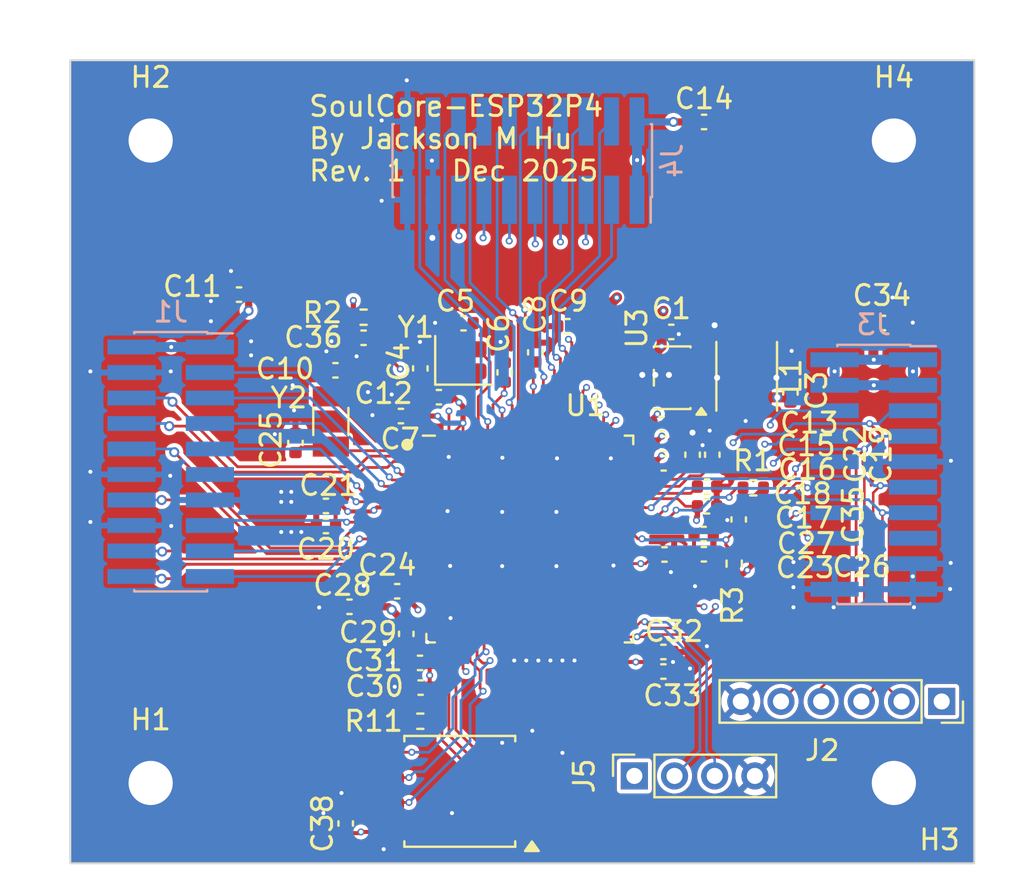
<source format=kicad_pcb>
(kicad_pcb (version 20241229) (generator "pcbnew") (generator_version "9.0")
  (layers (0 "F.Cu" signal) (4 "In1.Cu" signal) (6 "In2.Cu" signal) (2 "B.Cu" signal) (13 "F.Paste" user) (15 "B.Paste" user) (5 "F.SilkS" user "F.Silkscreen") (7 "B.SilkS" user "B.Silkscreen") (1 "F.Mask" user) (3 "B.Mask" user) (25 "Edge.Cuts" user))
  (net 0 "")
  (net 1 "+3V3")
  (net 2 "GND")
  (net 3 "+1V2")
  (net 4 "XTAL_P")
  (net 5 "XTAL_N")
  (net 6 "IO0{slash}LSE")
  (net 7 "VDDO_FLASH")
  (net 8 "VDDO_PSRAM")
  (net 9 "VDDO3")
  (net 10 "VDDO4")
  (net 11 "IO1{slash}LSE")
  (net 12 "IO35{slash}BOOT")
  (net 13 "CHIP_PU")
  (net 14 "IO8{slash}BOOT")
  (net 15 "IO5{slash}TDI")
  (net 16 "IO4{slash}TRST")
  (net 17 "IO10{slash}TDO")
  (net 18 "IO13")
  (net 19 "IO12")
  (net 20 "IO15{slash}UART_RX")
  (net 21 "IO11{slash}nRST")
  (net 22 "IO14{slash}UART_TX")
  (net 23 "IO9{slash}nRST")
  (net 24 "IO38{slash}U0RXD")
  (net 25 "IO37{slash}U0TXD")
  (net 26 "IO40{slash}SDDAT1")
  (net 27 "IO45{slash}SDDET")
  (net 28 "IO44{slash}SDCMD")
  (net 29 "IO41{slash}SDDAT2")
  (net 30 "IO43{slash}SDCLK")
  (net 31 "IO42{slash}SDDAT3")
  (net 32 "IO39{slash}SDDAT0")
  (net 33 "Net-(U3-SW)")
  (net 34 "Net-(U1-GPIO36)")
  (net 35 "IO6{slash}SWDIO")
  (net 36 "IO7{slash}SWCLK")
  (net 37 "FLASH_CS")
  (net 41 "FLASH_WP")
  (net 53 "FLASH_CK")
  (net 61 "FLASH_HD")
  (net 67 "EN_DCDC")
  (net 68 "FLASH_Q")
  (net 72 "FLASH_D")
  (net 75 "FB_DCDC")
  (net 77 "IO2")
  (net 78 "IO48")
  (net 79 "IO27")
  (net 80 "IO3")
  (net 81 "IO46")
  (net 82 "IO50")
  (net 83 "IO47")
  (net 84 "IO51")
  (net 85 "IO52")
  (net 86 "IO49")
  (net 87 "IO53")
  (net 88 "IO26")
  (net 89 "USB_D-")
  (net 91 "USB_D+")
  (net 92 "JTAG_D-")
  (net 93 "JTAG_D+")
  (footprint "Capacitor_SMD:C_0402_1005Metric" (layer "F.Cu") (at 113.71 119.065 90)
    (property "Reference" "C25")
    (property "Value" "20pF")
  )
  (footprint "Capacitor_SMD:C_0402_1005Metric" (layer "F.Cu") (at 134.04 124.61)
    (property "Reference" "C26")
    (property "Value" "0.1uF")
  )
  (footprint "Capacitor_SMD:C_0402_1005Metric" (layer "F.Cu") (at 134.46 119.65 90)
    (property "Reference" "C19")
    (property "Value" "1uF")
  )
  (footprint "Capacitor_SMD:C_0402_1005Metric" (layer "F.Cu") (at 134.2 122.22)
    (property "Reference" "C17")
    (property "Value" "1uF")
  )
  (footprint "Capacitor_SMD:C_0402_1005Metric" (layer "F.Cu") (at 120.85 116.785 180)
    (property "Reference" "C12")
    (property "Value" "0.1uF")
  )
  (footprint "MountingHole:MountingHole_2.2mm_M2_Pad" (layer "F.Cu") (at 143.5 104)
    (property "Reference" "H4")
    (property "Value" "Mount")
  )
  (footprint "Capacitor_SMD:C_0402_1005Metric" (layer "F.Cu") (at 131.94 118.12)
    (property "Reference" "C13")
    (property "Value" "0.1uF")
  )
  (footprint "Capacitor_SMD:C_0402_1005Metric" (layer "F.Cu") (at 132.04 120.08)
    (property "Reference" "C16")
    (property "Value" "0.1uF")
  )
  (footprint "Package_TO_SOT_SMD:SOT-23-5" (layer "F.Cu") (at 132.4625 115.815 180)
    (property "Reference" "U3")
    (property "Value" "TLV62569DBV")
  )
  (footprint "Capacitor_SMD:C_0402_1005Metric" (layer "F.Cu") (at 134.05 103.075)
    (property "Reference" "C14")
    (property "Value" "10uF")
  )
  (footprint "Capacitor_SMD:C_0402_1005Metric" (layer "F.Cu") (at 124.125 115.55 90)
    (property "Reference" "C6")
    (property "Value" "0.1uF")
  )
  (footprint "Capacitor_SMD:C_0402_1005Metric" (layer "F.Cu") (at 132.08 124.62)
    (property "Reference" "C23")
    (property "Value" "0.1uF")
  )
  (footprint "Capacitor_SMD:C_0402_1005Metric" (layer "F.Cu") (at 118.96 117.725 180)
    (property "Reference" "C7")
    (property "Value" "0.1uF")
  )
  (footprint "MountingHole:MountingHole_2.2mm_M2_Pad" (layer "F.Cu") (at 143.5 136)
    (property "Reference" "H3")
    (property "Value" "Mount")
  )
  (footprint "Crystal:Crystal_SMD_3215-2Pin_3.2x1.5mm" (layer "F.Cu") (at 115.47 117.995 90)
    (property "Reference" "Y2")
    (property "Value" "32.768k")
  )
  (footprint "Capacitor_SMD:C_0402_1005Metric" (layer "F.Cu") (at 142.96 113.09)
    (property "Reference" "C34")
    (property "Value" "4.7uF")
  )
  (footprint "Capacitor_SMD:C_0402_1005Metric" (layer "F.Cu") (at 116.21 138.02 90)
    (property "Reference" "C38")
    (property "Value" "0.1uF")
  )
  (footprint "Capacitor_SMD:C_0402_1005Metric" (layer "F.Cu") (at 135.775 122.875 90)
    (property "Reference" "C35")
    (property "Value" "0.1uF")
  )
  (footprint "MountingHole:MountingHole_2.2mm_M2_Pad" (layer "F.Cu") (at 106.5 104)
    (property "Reference" "H2")
    (property "Value" "Mount")
  )
  (footprint "Capacitor_SMD:C_0402_1005Metric" (layer "F.Cu") (at 125.65 114.55 90)
    (property "Reference" "C8")
    (property "Value" "0.1uF")
  )
  (footprint "Capacitor_SMD:C_0402_1005Metric" (layer "F.Cu") (at 118.775 126.45)
    (property "Reference" "C24")
    (property "Value" "0.1uF")
  )
  (footprint "Capacitor_SMD:C_0402_1005Metric" (layer "F.Cu") (at 115.225 122.2 180)
    (property "Reference" "C21")
    (property "Value" "0.1uF")
  )
  (footprint "Capacitor_SMD:C_0402_1005Metric" (layer "F.Cu") (at 110.9 111.675 180)
    (property "Reference" "C11")
    (property "Value" "10uF")
  )
  (footprint "Capacitor_SMD:C_0402_1005Metric" (layer "F.Cu") (at 133.48 119.65 90)
    (property "Reference" "C22")
    (property "Value" "1uF")
  )
  (footprint "Capacitor_SMD:C_0402_1005Metric" (layer "F.Cu") (at 134.03 123.6)
    (property "Reference" "C27")
    (property "Value" "1uF")
  )
  (footprint "Capacitor_SMD:C_0402_1005Metric" (layer "F.Cu") (at 116.4 127.225 180)
    (property "Reference" "C28")
    (property "Value" "10uF")
  )
  (footprint "Package_SO:SOIC-8_5.3x5.3mm_P1.27mm" (layer "F.Cu") (at 121.89 136.4175 180)
    (property "Reference" "U2" (hide yes))
    (property "Value" "W25Q128JVS")
  )
  (footprint "Espressif:ESP32-P4" (layer "F.Cu") (at 125.375 123.85)
    (property "Reference" "U1")
    (property "Value" "ESP32-P4")
  )
  (footprint "Capacitor_SMD:C_0402_1005Metric" (layer "F.Cu") (at 132.04 119.1)
    (property "Reference" "C15")
    (property "Value" "0.1uF")
  )
  (footprint "Capacitor_SMD:C_0402_1005Metric" (layer "F.Cu") (at 115.225 123.2 180)
    (property "Reference" "C20")
    (property "Value" "10uF")
  )
  (footprint "Capacitor_SMD:C_0402_1005Metric" (layer "F.Cu") (at 119.225 128.575 -90)
    (property "Reference" "C29")
    (property "Value" "0.1uF")
  )
  (footprint "Resistor_SMD:R_0402_1005Metric" (layer "F.Cu") (at 135.55 125.075 90)
    (property "Reference" "R3")
    (property "Value" "10k")
  )
  (footprint "Capacitor_SMD:C_0402_1005Metric" (layer "F.Cu") (at 119.91 130.02 180)
    (property "Reference" "C31")
    (property "Value" "0.1uF")
  )
  (footprint "Capacitor_SMD:C_0402_1005Metric" (layer "F.Cu") (at 115.7 115.445)
    (property "Reference" "C10")
    (property "Value" "20pF")
  )
  (footprint "Capacitor_SMD:C_0402_1005Metric" (layer "F.Cu") (at 117.1 113.825 180)
    (property "Reference" "C36")
    (property "Value" "0.1uF")
  )
  (footprint "Connector_PinSocket_2.00mm:PinSocket_1x06_P2.00mm_Vertical" (layer "F.Cu") (at 145.88 131.94 -90)
    (property "Reference" "J2")
    (property "Value" "UART_PROG")
  )
  (footprint "Resistor_SMD:R_0402_1005Metric" (layer "F.Cu") (at 136.5 121.3 180)
    (property "Reference" "R1")
    (property "Value" "10k")
  )
  (footprint "Inductor_SMD:L_Changjiang_FTC322510S" (layer "F.Cu") (at 136.1725 115.745 -90)
    (property "Reference" "L1")
    (property "Value" "2.2uH/3A")
  )
  (footprint "Crystal:Crystal_SMD_2016-4Pin_2.0x1.6mm" (layer "F.Cu") (at 122.075 114.95)
    (property "Reference" "Y1")
    (property "Value" "40MHz 10ppm")
  )
  (footprint "Capacitor_SMD:C_0402_1005Metric" (layer "F.Cu") (at 127.25 113.25 180)
    (property "Reference" "C9")
    (property "Value" "0.1uF")
  )
  (footprint "Capacitor_SMD:C_0402_1005Metric" (layer "F.Cu") (at 132.42 113.535)
    (property "Reference" "C1")
    (property "Value" "22uF")
  )
  (footprint "Capacitor_SMD:C_0402_1005Metric" (layer "F.Cu") (at 132.025 130.45)
    (property "Reference" "C33")
    (property "Value" "0.1uF")
  )
  (footprint "Capacitor_SMD:C_0402_1005Metric" (layer "F.Cu") (at 138.35 116.55 90)
    (property "Reference" "C3")
    (property "Value" "22uF")
  )
  (footprint "Capacitor_SMD:C_0402_1005Metric" (layer "F.Cu") (at 122.075 113.1 180)
    (property "Reference" "C5")
    (property "Value" "22pF")
  )
  (footprint "Capacitor_SMD:C_0402_1005Metric" (layer "F.Cu") (at 134.2 121.24)
    (property "Reference" "C18")
    (property "Value" "1uF")
  )
  (footprint "Capacitor_SMD:C_0402_1005Metric" (layer "F.Cu") (at 119.925 115.35 -90)
    (property "Reference" "C4")
    (property "Value" "22pF")
  )
  (footprint "Resistor_SMD:R_0402_1005Metric" (layer "F.Cu") (at 117.1 112.8)
    (property "Reference" "R2")
    (property "Value" "10k")
  )
  (footprint "Capacitor_SMD:C_0402_1005Metric" (layer "F.Cu") (at 132.025 129.475)
    (property "Reference" "C32")
    (property "Value" "10nF")
  )
  (footprint "MountingHole:MountingHole_2.2mm_M2_Pad" (layer "F.Cu") (at 106.5 136)
    (property "Reference" "H1")
    (property "Value" "Mount")
  )
  (footprint "Connector_PinSocket_2.00mm:PinSocket_1x04_P2.00mm_Vertical" (layer "F.Cu") (at 130.58 135.65 90)
    (property "Reference" "J5")
    (property "Value" "USB_DBG")
  )
  (footprint "Capacitor_SMD:C_0402_1005Metric" (layer "F.Cu") (at 119.94 131.25 180)
    (property "Reference" "C30")
    (property "Value" "1uF")
  )
  (footprint "Resistor_SMD:R_0402_1005Metric" (layer "F.Cu") (at 119.925 132.925 180)
    (property "Reference" "R11")
    (property "Value" "10k")
  )
  (footprint "Connector_PinHeader_1.27mm:PinHeader_2x10_P1.27mm_Vertical_SMD" (layer "B.Cu") (at 142.5 120.635 180)
    (property "Reference" "J3")
    (property "Value" "DBG_PINS")
  )
  (footprint "Connector_PinHeader_1.27mm:PinHeader_2x10_P1.27mm_Vertical_SMD" (layer "B.Cu") (at 107.5 120 180)
    (property "Reference" "J1")
    (property "Value" "PROG_PIN")
  )
  (footprint "Connector_PinHeader_1.27mm:PinHeader_2x10_P1.27mm_Vertical_SMD" (layer "B.Cu") (at 125 105 90)
    (property "Reference" "J4")
    (property "Value" "SD_PINS")
  )
  (gr_rect (start 102.5 100) (end 147.5 140) (stroke (width 0.1)) (fill no) (layer "Edge.Cuts"))
  (gr_text "SoulCore-ESP32P4\nBy Jackson M Hu \nRev. 1   Dec 2025\n" (at 114.3 106.1 0) (layer "F.SilkS") (effects (font (size 1 1)) (justify left bottom)))
  (segment (start 135.55 125.585) (end 136.015 125.585) (width 0.2626) (layer "F.Cu") (net 1))
  (segment (start 123.546 117.611397) (end 123.73 117.795397) (width 0.138) (layer "F.Cu") (net 1))
  (segment (start 119.255 126.795) (end 119.255 126.45) (width 0.2626) (layer "F.Cu") (net 1))
  (segment (start 131.545 129.475) (end 131.545 129.975) (width 0.2) (layer "F.Cu") (net 1))
  (segment (start 116.59 111.97) (end 116.59 112.8) (width 0.2626) (layer "F.Cu") (net 1))
  (segment (start 127.732 113.252) (end 127.732 113.695603) (width 0.138) (layer "F.Cu") (net 1))
  (segment (start 131.56 120.08) (end 131.24 120.08) (width 0.138) (layer "F.Cu") (net 1))
  (segment (start 121.585 116.785) (end 121.33 116.785) (width 0.2626) (layer "F.Cu") (net 1))
  (segment (start 136.015 125.585) (end 136.2 125.4) (width 0.2626) (layer "F.Cu") (net 1))
  (segment (start 121.33 116.855) (end 121.33 116.85) (width 0.138) (layer "F.Cu") (net 1))
  (segment (start 131.145 125.075) (end 131.6 124.62) (width 0.138) (layer "F.Cu") (net 1))
  (segment (start 121.85 117.05) (end 122.05 117.25) (width 0.2626) (layer "F.Cu") (net 1))
  (segment (start 116.31 122.476) (end 117.559 122.476) (width 0.2) (layer "F.Cu") (net 1))
  (segment (start 122.05 118.075) (end 121.7 118.425) (width 0.138) (layer "F.Cu") (net 1))
  (segment (start 130.9 125.075) (end 131.145 125.075) (width 0.138) (layer "F.Cu") (net 1))
  (segment (start 121.335 116.85) (end 121.33 116.855) (width 0.138) (layer "F.Cu") (net 1))
  (segment (start 131.46 117.89) (end 131.46 118.12) (width 0.2626) (layer "F.Cu") (net 1))
  (segment (start 119.28 126.475) (end 120.5 126.475) (width 0.2) (layer "F.Cu") (net 1))
  (segment (start 127.73 113.25) (end 127.73 113.27) (width 0.138) (layer "F.Cu") (net 1))
  (segment (start 129.705 111.825) (end 129.72 111.81) (width 0.5) (layer "F.Cu") (net 1))
  (segment (start 130.625 119.825) (end 130.25 119.825) (width 0.138) (layer "F.Cu") (net 1))
  (segment (start 131.52 118.1) (end 131.5 118.1) (width 0.138) (layer "F.Cu") (net 1))
  (segment (start 127.73 117.046181) (end 127.73 117.07) (width 0.138) (layer "F.Cu") (net 1))
  (segment (start 131.94 112.57) (end 132.03 112.48) (width 0.5) (layer "F.Cu") (net 1))
  (segment (start 123.73 117.795397) (end 123.73 118.255) (width 0.138) (layer "F.Cu") (net 1))
  (segment (start 131.94 113.535) (end 131.94 112.57) (width 0.5) (layer "F.Cu") (net 1))
  (segment (start 124.1 116.6) (end 124.125 116.575) (width 0.138) (layer "F.Cu") (net 1))
  (segment (start 131.01 119.44) (end 130.625 119.825) (width 0.138) (layer "F.Cu") (net 1))
  (segment (start 130.795 120.525) (end 130.25 120.525) (width 0.138) (layer "F.Cu") (net 1))
  (segment (start 122.05 117.25) (end 122.05 118.075) (width 0.2626) (layer "F.Cu") (net 1))
  (segment (start 131.24 120.08) (end 130.795 120.525) (width 0.138) (layer "F.Cu") (net 1))
  (segment (start 131.94 114.25) (end 131.325 114.865) (width 0.5) (layer "F.Cu") (net 1))
  (segment (start 131.94 113.535) (end 131.94 114.25) (width 0.5) (layer "F.Cu") (net 1))
  (segment (start 124.1 116.6) (end 123.546 117.154) (width 0.138) (layer "F.Cu") (net 1))
  (segment (start 127.75 114.086397) (end 127.732 114.104397) (width 0.138) (layer "F.Cu") (net 1))
  (segment (start 127.73 113.25) (end 128.28 113.25) (width 0.5) (layer "F.Cu") (net 1))
  (segment (start 117.76 122.275) (end 117.6175 122.4175) (width 0.2) (layer "F.Cu") (net 1))
  (segment (start 131.545 129.975) (end 131.545 130.45) (width 0.2) (layer "F.Cu") (net 1))
  (segment (start 117.6175 122.4175) (end 117.587476 122.447524) (width 0.138) (layer "F.Cu") (net 1))
  (segment (start 130.25 125.075) (end 130.9 125.075) (width 0.138) (layer "F.Cu") (net 1))
  (segment (start 130.225 129.975) (end 130.65 129.975) (width 0.2) (layer "F.Cu") (net 1))
  (segment (start 131.94 119.7) (end 131.56 120.08) (width 0.2626) (layer "F.Cu") (net 1))
  (segment (start 131.017 119.359738) (end 131.01 119.366737) (width 0.138) (layer "F.Cu") (net 1))
  (segment (start 127.732 113.695603) (end 127.75 113.713603) (width 0.138) (layer "F.Cu") (net 1))
  (segment (start 142.48 114.9) (end 142.5 114.92) (width 0.5) (layer "F.Cu") (net 1))
  (segment (start 129.4 128.725) (end 129.4 129.15) (width 0.2) (layer "F.Cu") (net 1))
  (segment (start 127.75 113.713603) (end 127.75 114.086397) (width 0.138) (layer "F.Cu") (net 1))
  (segment (start 115.705 122.2) (end 115.705 123.2) (width 0.2) (layer "F.Cu") (net 1))
  (segment (start 127.732 117.044181) (end 127.73 117.046181) (width 0.138) (layer "F.Cu") (net 1))
  (segment (start 127.73 113.25) (end 127.725 113.255) (width 0.138) (layer "F.Cu") (net 1))
  (segment (start 130.65 129.975) (end 131.545 129.975) (width 0.2) (layer "F.Cu") (net 1))
  (segment (start 123.73 118.255) (end 123.8 118.325) (width 0.138) (layer "F.Cu") (net 1))
  (segment (start 119.81 127.35) (end 119.255 126.795) (width 0.2626) (layer "F.Cu") (net 1))
  (segment (start 123.546 117.154) (end 123.546 117.611397) (width 0.138) (layer "F.Cu") (net 1))
  (segment (start 131.01 119.366737) (end 131.01 119.44) (width 0.138) (layer "F.Cu") (net 1))
  (segment (start 120.79 117.725) (end 119.44 117.725) (width 0.2626) (layer "F.Cu") (net 1))
  (segment (start 119.255 126.45) (end 119.28 126.475) (width 0.2) (layer "F.Cu") (net 1))
  (segment (start 131.017 118.583) (end 131.017 119.359738) (width 0.138) (layer "F.Cu") (net 1))
  (segment (start 123.8 118.325) (end 123.8 118.975) (width 0.138) (layer "F.Cu") (net 1))
  (segment (start 127.73 113.25) (end 127.732 113.252) (width 0.138) (layer "F.Cu") (net 1))
  (segment (start 128.28 113.25) (end 129.705 111.825) (width 0.5) (layer "F.Cu") (net 1))
  (segment (start 136.4132 121.8968) (end 136.4132 125.1868) (width 0.2626) (layer "F.Cu") (net 1))
  (segment (start 121.7 118.425) (end 121.7 118.975) (width 0.138) (layer "F.Cu") (net 1))
  (segment (start 129.7625 129.5125) (end 130.225 129.975) (width 0.2) (layer "F.Cu") (net 1))
  (segment (start 111.38 111.675) (end 111.38 112.47) (width 0.36) (layer "F.Cu") (net 1))
  (segment (start 120.5 122.275) (end 117.76 122.275) (width 0.2) (layer "F.Cu") (net 1))
  (segment (start 111.38 112.47) (end 111.375 112.475) (width 0.36) (layer "F.Cu") (net 1))
  (segment (start 133.57 103.075) (end 132.525 103.075) (width 0.36) (layer "F.Cu") (net 1))
  (segment (start 116.034 122.2) (end 116.31 122.476) (width 0.2) (layer "F.Cu") (net 1))
  (segment (start 119.81 127.38) (end 119.81 127.35) (width 0.2626) (layer "F.Cu") (net 1))
  (segment (start 131.5 118.1) (end 131.017 118.583) (width 0.138) (layer "F.Cu") (net 1))
  (segment (start 127.732 114.104397) (end 127.732 117.044181) (width 0.138) (layer "F.Cu") (net 1))
  (segment (start 136.4132 125.1868) (end 136.2 125.4) (width 0.2626) (layer "F.Cu") (net 1))
  (segment (start 127.65 117.15) (end 127.65 118.975) (width 0.138) (layer "F.Cu") (net 1))
  (segment (start 127.73 117.07) (end 127.65 117.15) (width 0.138) (layer "F.Cu") (net 1))
  (segment (start 122.05 118.975) (end 122.05 118.075) (width 0.138) (layer "F.Cu") (net 1))
  (segment (start 117.559 122.476) (end 117.6175 122.4175) (width 0.2) (layer "F.Cu") (net 1))
  (segment (start 137.01 121.3) (end 136.4132 121.8968) (width 0.2626) (layer "F.Cu") (net 1))
  (segment (start 129.4 129.15) (end 129.7625 129.5125) (width 0.2) (layer "F.Cu") (net 1))
  (segment (start 131.725 117.625) (end 131.46 117.89) (width 0.2626) (layer "F.Cu") (net 1))
  (segment (start 142.48 113.09) (end 142.48 114.9) (width 0.5) (layer "F.Cu") (net 1))
  (segment (start 124.125 116.575) (end 124.125 116.03) (width 0.138) (layer "F.Cu") (net 1))
  (segment (start 115.705 122.2) (end 116.034 122.2) (width 0.2) (layer "F.Cu") (net 1))
  (segment (start 121.85 117.05) (end 121.585 116.785) (width 0.2626) (layer "F.Cu") (net 1))
  (via (at 107.525 114.285) (size 0.35) (drill 0.2) (layers "F.Cu" "B.Cu") (net 1))
  (via (at 132.525 103.075) (size 0.5) (drill 0.3) (layers "F.Cu" "B.Cu") (net 1))
  (via (at 131.94 119.7) (size 0.35) (drill 0.2) (layers "F.Cu" "B.Cu") (net 1))
  (via (at 132.03 112.48) (size 0.35) (drill 0.2) (layers "F.Cu" "B.Cu") (net 1))
  (via (at 111.375 112.475) (size 0.5) (drill 0.3) (layers "F.Cu" "B.Cu") (net 1))
  (via (at 131.94 114.25) (size 0.35) (drill 0.2) (layers "F.Cu" "B.Cu") (net 1))
  (via (at 116.31 122.476) (size 0.35) (drill 0.2) (layers "F.Cu" "B.Cu") (net 1))
  (via (at 140.55 115.5) (size 0.35) (drill 0.2) (layers "F.Cu" "B.Cu") (net 1))
  (via (at 120.79 117.725) (size 0.35) (drill 0.2) (layers "F.Cu" "B.Cu") (net 1))
  (via (at 130.65 129.975) (size 0.35) (drill 0.2) (layers "F.Cu" "B.Cu") (net 1))
  (via (at 142.5 114.92) (size 0.35) (drill 0.2) (layers "F.Cu" "B.Cu") (net 1))
  (via (at 130.715 104.975) (size 0.35) (drill 0.2) (layers "F.Cu" "B.Cu") (net 1))
  (via (at 124.1 116.6) (size 0.35) (drill 0.2) (layers "F.Cu" "B.Cu") (net 1))
  (via (at 142.5 116.19) (size 0.35) (drill 0.2) (layers "F.Cu" "B.Cu") (net 1))
  (via (at 131.725 117.625) (size 0.35) (drill 0.2) (layers "F.Cu" "B.Cu") (net 1))
  (via (at 116.59 111.97) (size 0.35) (drill 0.2) (layers "F.Cu" "B.Cu") (net 1))
  (via (at 121.85 117.05) (size 0.35) (drill 0.2) (layers "F.Cu" "B.Cu") (net 1))
  (via (at 119.81 127.38) (size 0.35) (drill 0.2) (layers "F.Cu" "B.Cu") (net 1))
  (via (at 130.9 125.075) (size 0.35) (drill 0.2) (layers "F.Cu" "B.Cu") (net 1))
  (via (at 129.705 111.825) (size 0.35) (drill 0.2) (layers "F.Cu" "B.Cu") (net 1))
  (via (at 122.05 118.075) (size 0.35) (drill 0.2) (layers "F.Cu" "B.Cu") (net 1))
  (via (at 136.2 125.4) (size 0.35) (drill 0.2) (layers "F.Cu" "B.Cu") (net 1))
  (via (at 144.45 115.5) (size 0.35) (drill 0.2) (layers "F.Cu" "B.Cu") (net 1))
  (via (at 117.6175 122.4175) (size 0.35) (drill 0.2) (layers "F.Cu" "B.Cu") (net 1))
  (segment (start 144.45 114.92) (end 142.5 114.92) (width 0.5) (layer "B.Cu") (net 1))
  (segment (start 107.525 114.285) (end 105.55 114.285) (width 0.5) (layer "B.Cu") (net 1))
  (segment (start 144.45 114.92) (end 144.45 115.5) (width 0.5) (layer "B.Cu") (net 1))
  (segment (start 130.715 103.05) (end 130.715 104.975) (width 0.5) (layer "B.Cu") (net 1))
  (segment (start 140.55 116.19) (end 142.5 116.19) (width 0.5) (layer "B.Cu") (net 1))
  (segment (start 109.565 114.285) (end 111.375 112.475) (width 0.36) (layer "B.Cu") (net 1))
  (segment (start 140.55 115.5) (end 140.55 116.19) (width 0.5) (layer "B.Cu") (net 1))
  (segment (start 109.45 114.285) (end 109.565 114.285) (width 0.36) (layer "B.Cu") (net 1))
  (segment (start 120.79 117.725) (end 121.14 118.075) (width 0.2626) (layer "B.Cu") (net 1))
  (segment (start 142.5 116.19) (end 144.45 116.19) (width 0.5) (layer "B.Cu") (net 1))
  (segment (start 140.55 114.92) (end 140.55 115.5) (width 0.5) (layer "B.Cu") (net 1))
  (segment (start 132.525 103.075) (end 130.74 103.075) (width 0.36) (layer "B.Cu") (net 1))
  (segment (start 109.45 114.285) (end 107.525 114.285) (width 0.5) (layer "B.Cu") (net 1))
  (segment (start 121.14 118.075) (end 122.05 118.075) (width 0.2626) (layer "B.Cu") (net 1))
  (segment (start 142.5 114.92) (end 140.55 114.92) (width 0.5) (layer "B.Cu") (net 1))
  (segment (start 144.45 115.5) (end 144.45 116.19) (width 0.5) (layer "B.Cu") (net 1))
  (segment (start 130.715 104.975) (end 130.715 106.95) (width 0.5) (layer "B.Cu") (net 1))
  (segment (start 130.74 103.075) (end 130.715 103.05) (width 0.36) (layer "B.Cu") (net 1))
  (segment (start 134.68 121.24) (end 135.225 120.695) (width 0.138) (layer "F.Cu") (net 2))
  (segment (start 132.561 119.141) (end 132.561 120.039) (width 0.36) (layer "F.Cu") (net 2))
  (segment (start 121.595 114.18) (end 121.375 114.4) (width 0.2626) (layer "F.Cu") (net 2))
  (segment (start 133.6 115.815) (end 133.46 115.675) (width 0.5) (layer "F.Cu") (net 2))
  (segment (start 133 118.075) (end 132.465 118.075) (width 0.36) (layer "F.Cu") (net 2))
  (segment (start 132.3 115.675) (end 131.625 115.675) (width 0.5) (layer "F.Cu") (net 2))
  (segment (start 124.125 114.275) (end 124.125 115.07) (width 0.2626) (layer "F.Cu") (net 2))
  (segment (start 133.475 119.165) (end 133.48 119.17) (width 0.36) (layer "F.Cu") (net 2))
  (segment (start 132.52 119.1) (end 133.41 119.1) (width 0.36) (layer "F.Cu") (net 2))
  (segment (start 132.505 129.975) (end 132.505 130.45) (width 0.2) (layer "F.Cu") (net 2))
  (segment (start 123.92 114.03) (end 123.92 114.07) (width 0.2626) (layer "F.Cu") (net 2))
  (segment (start 134.855 122.395) (end 134.68 122.22) (width 0.2626) (layer "F.Cu") (net 2))
  (segment (start 132.6115 115.336499) (end 133.090001 115.815) (width 0.25) (layer "F.Cu") (net 2))
  (segment (start 120.895 114.88) (end 120.035 114.88) (width 0.138) (layer "F.Cu") (net 2))
  (segment (start 133.6 115.815) (end 134.7 115.815) (width 0.5) (layer "F.Cu") (net 2))
  (segment (start 119.110001 116.785) (end 118.48 117.415001) (width 0.5) (layer "F.Cu") (net 2))
  (segment (start 133.46 115.675) (end 132.3 115.675) (width 0.5) (layer "F.Cu") (net 2))
  (segment (start 134.46 119.17) (end 133.48 119.17) (width 0.36) (layer "F.Cu") (net 2))
  (segment (start 138.095 115.815) (end 138.35 116.07) (width 0.5) (layer "F.Cu") (net 2))
  (segment (start 121.595 113.1) (end 121.595 114.18) (width 0.2626) (layer "F.Cu") (net 2))
  (segment (start 135.225 119.935) (end 134.46 119.17) (width 0.138) (layer "F.Cu") (net 2))
  (segment (start 132.6115 113.8235) (end 132.6115 115.336499) (width 0.25) (layer "F.Cu") (net 2))
  (segment (start 132.52 119.1) (end 132.561 119.141) (width 0.36) (layer "F.Cu") (net 2))
  (segment (start 132.9 113.535) (end 132.7925 113.6425) (width 0.25) (layer "F.Cu") (net 2))
  (segment (start 121.375 114.4) (end 120.895 114.88) (width 0.138) (layer "F.Cu") (net 2))
  (segment (start 118.48 117.415001) (end 118.48 117.725) (width 0.5) (layer "F.Cu") (net 2))
  (segment (start 132.7925 113.6425) (end 132.6115 113.8235) (width 0.25) (layer "F.Cu") (net 2))
  (segment (start 134.68 121.24) (end 134.68 122.22) (width 0.138) (layer "F.Cu") (net 2))
  (segment (start 137.65 115.815) (end 138.095 115.815) (width 0.5) (layer "F.Cu") (net 2))
  (segment (start 122.475 115.5) (end 121.375 114.4) (width 0.2626) (layer "F.Cu") (net 2))
  (segment (start 135.225 120.695) (end 135.225 119.935) (width 0.138) (layer "F.Cu") (net 2))
  (segment (start 132.505 129.475) (end 132.505 129.975) (width 0.2) (layer "F.Cu") (net 2))
  (segment (start 132.561 120.039) (end 132.52 120.08) (width 0.36) (layer "F.Cu") (net 2))
  (segment (start 133.475 118.55) (end 133.475 119.165) (width 0.36) (layer "F.Cu") (net 2))
  (segment (start 122.775 115.5) (end 122.475 115.5) (width 0.2626) (layer "F.Cu") (net 2))
  (segment (start 135.715 122.395) (end 135.775 122.395) (width 0.2626) (layer "F.Cu") (net 2))
  (segment (start 134.7 115.815) (end 137.65 115.815) (width 0.5) (layer "F.Cu") (net 2))
  (segment (start 132.52 118.22) (end 132.42 118.12) (width 0.36) (layer "F.Cu") (net 2))
  (segment (start 133.41 119.1) (end 133.48 119.17) (width 0.36) (layer "F.Cu") (net 2))
  (segment (start 132.52 119.1) (end 132.52 118.22) (width 0.36) (layer "F.Cu") (net 2))
  (segment (start 123.92 114.07) (end 124.125 114.275) (width 0.2626) (layer "F.Cu") (net 2))
  (segment (start 133.475 118.55) (end 133 118.075) (width 0.36) (layer "F.Cu") (net 2))
  (segment (start 120.035 114.88) (end 119.89 115.025) (width 0.138) (layer "F.Cu") (net 2))
  (segment (start 135.775 122.395) (end 134.855 122.395) (width 0.2626) (layer "F.Cu") (net 2))
  (segment (start 131.625 115.675) (end 130.975 115.675) (width 0.5) (layer "F.Cu") (net 2))
  (segment (start 135.205 122.905) (end 135.715 122.395) (width 0.2626) (layer "F.Cu") (net 2))
  (segment (start 132.465 118.075) (end 132.42 118.12) (width 0.36) (layer "F.Cu") (net 2))
  (segment (start 119.225 129.815) (end 119.43 130.02) (width 0.2) (layer "F.Cu") (net 2))
  (segment (start 119.225 129.055) (end 119.225 129.815) (width 0.2) (layer "F.Cu") (net 2))
  (segment (start 135.205 122.905) (end 134.51 123.6) (width 0.2626) (layer "F.Cu") (net 2))
  (segment (start 120.37 116.785) (end 119.110001 116.785) (width 0.5) (layer "F.Cu") (net 2))
  (via (at 138.41 114.48) (size 0.35) (drill 0.2) (layers "F.Cu" "B.Cu") (net 2))
  (via (at 126.73 119.83) (size 0.35) (drill 0.2) (layers "F.Cu" "B.Cu") (net 2))
  (via (at 123.92 114.03) (size 0.35) (drill 0.2) (layers "F.Cu" "B.Cu") (net 2))
  (via (at 135.205 122.905) (size 0.35) (drill 0.2) (layers "F.Cu" "B.Cu") (net 2))
  (via (at 146.3 126.34) (size 0.35) (drill 0.2) (layers "F.Cu" "B.Cu") (net 2))
  (via (at 109.5 113) (size 0.35) (drill 0.2) (layers "F.Cu" "B.Cu") (net 2))
  (via (at 103.5 120.5) (size 0.35) (drill 0.2) (layers "F.Cu" "B.Cu") (net 2))
  (via (at 112.68 118.63) (size 0.35) (drill 0.2) (layers "F.Cu" "B.Cu") (net 2))
  (via (at 119.25 101) (size 0.35) (drill 0.2) (layers "F.Cu" "B.Cu") (net 2))
  (via (at 126.4 129.9) (size 0.35) (drill 0.2) (layers "F.Cu" "B.Cu") (net 2))
  (via (at 120.28 128.99) (size 0.35) (drill 0.2) (layers "F.Cu" "B.Cu") (net 2))
  (via (at 113.57 116.19) (size 0.35) (drill 0.2) (layers "F.Cu" "B.Cu") (net 2))
  (via (at 121.5 137.5) (size 0.35) (drill 0.2) (layers "F.Cu" "B.Cu") (net 2))
  (via (at 107.475 120.7) (size 0.35) (drill 0.2) (layers "F.Cu" "B.Cu") (net 2))
  (via (at 132.7925 113.6425) (size 0.35) (drill 0.2) (layers "F.Cu" "B.Cu") (net 2))
  (via (at 127 134.5) (size 0.35) (drill 0.2) (layers "F.Cu" "B.Cu") (net 2))
  (via (at 132.3 115.675) (size 0.5) (drill 0.3) (layers "F.Cu" "B.Cu") (net 2))
  (via (at 129.54 125.17) (size 0.35) (drill 0.2) (layers "F.Cu" "B.Cu") (net 2))
  (via (at 134.33 118.45) (size 0.35) (drill 0.2) (layers "F.Cu" "B.Cu") (net 2))
  (via (at 120.5 105) (size 0.35) (drill 0.2) (layers "F.Cu" "B.Cu") (net 2))
  (via (at 124 134) (size 0.35) (drill 0.2) (layers "F.Cu" "B.Cu") (net 2))
  (via (at 117.54 117.68) (size 0.35) (drill 0.2) (layers "F.Cu" "B.Cu") (net 2))
  (via (at 144.44 125.71) (size 0.35) (drill 0.2) (layers "F.Cu" "B.Cu") (net 2))
  (via (at 143.43 111.82) (size 0.35) (drill 0.2) (layers "F.Cu" "B.Cu") (net 2))
  (via (at 103.5 115.5) (size 0.35) (drill 0.2) (layers "F.Cu" "B.Cu") (net 2))
  (via (at 121.41 125.19) (size 0.35) (drill 0.2) (layers "F.Cu" "B.Cu") (net 2))
  (via (at 118 103) (size 0.35) (drill 0.2) (layers "F.Cu" "B.Cu") (net 2))
  (via (at 107.525 123.2) (size 0.35) (drill 0.2) (layers "F.Cu" "B.Cu") (net 2))
  (via (at 110.5 110.5) (size 0.35) (drill 0.2) (layers "F.Cu" "B.Cu") (net 2))
  (via (at 133.6 126.2) (size 0.35) (drill 0.2) (layers "F.Cu" "B.Cu") (net 2))
  (via (at 120.525 108.85) (size 0.5) (drill 0.3) (layers "F.Cu" "B.Cu") (net 2))
  (via (at 115.5 114) (size 0.35) (drill 0.2) (layers "F.Cu" "B.Cu") (net 2))
  (via (at 130.975 115.675) (size 0.5) (drill 0.3) (layers "F.Cu" "B.Cu") (net 2))
  (via (at 134.7 115.815) (size 0.5) (drill 0.3) (layers "F.Cu" "B.Cu") (net 2))
  (via (at 126.7 122.5) (size 0.35) (drill 0.2) (layers "F.Cu" "B.Cu") (net 2))
  (via (at 121.28 122.46) (size 0.35) (drill 0.2) (layers "F.Cu" "B.Cu") (net 2))
  (via (at 132.505 129.975) (size 0.35) (drill 0.2) (layers "F.Cu" "B.Cu") (net 2))
  (via (at 124 122.5) (size 0.35) (drill 0.2) (layers "F.Cu" "B.Cu") (net 2))
  (via (at 124 125.2) (size 0.35) (drill 0.2) (layers "F.Cu" "B.Cu") (net 2))
  (via (at 144.5 127.25) (size 0.35) (drill 0.2) (layers "F.Cu" "B.Cu") (net 2))
  (via (at 109.5 112) (size 0.35) (drill 0.2) (layers "F.Cu" "B.Cu") (net 2))
  (via (at 118.65 131.21) (size 0.35) (drill 0.2) (layers "F.Cu" "B.Cu") (net 2))
  (via (at 119.91 114.03) (size 0.35) (drill 0.2) (layers "F.Cu" "B.Cu") (net 2))
  (via (at 113.64 117.44) (size 0.35) (drill 0.2) (layers "F.Cu" "B.Cu") (net 2))
  (via (at 140.5 127.25) (size 0.35) (drill 0.2) (layers "F.Cu" "B.Cu") (net 2))
  (via (at 127 129.9) (size 0.35) (drill 0.2) (layers "F.Cu" "B.Cu") (net 2))
  (via (at 124.01 119.8) (size 0.35) (drill 0.2) (layers "F.Cu" "B.Cu") (net 2))
  (via (at 129.41 119.83) (size 0.35) (drill 0.2) (layers "F.Cu" "B.Cu") (net 2))
  (via (at 125.8 129.9) (size 0.35) (drill 0.2) (layers "F.Cu" "B.Cu") (net 2))
  (via (at 144.44 113.07) (size 0.35) (drill 0.2) (layers "F.Cu" "B.Cu") (net 2))
  (via (at 117.32 116.53) (size 0.35) (drill 0.2) (layers "F.Cu" "B.Cu") (net 2))
  (via (at 127.6 129.9) (size 0.35) (drill 0.2) (layers "F.Cu" "B.Cu") (net 2))
  (via (at 115.25 114.5) (size 0.35) (drill 0.2) (layers "F.Cu" "B.Cu") (net 2))
  (via (at 117.11 126.18) (size 0.35) (drill 0.2) (layers "F.Cu" "B.Cu") (net 2))
  (via (at 146.34 119.95) (size 0.35) (drill 0.2) (layers "F.Cu" "B.Cu") (net 2))
  (via (at 118 107) (size 0.35) (drill 0.2) (layers "F.Cu" "B.Cu") (net 2))
  (via (at 131.625 115.675) (size 0.5) (drill 0.3) (layers "F.Cu" "B.Cu") (net 2))
  (via (at 137.65 115.815) (size 0.5) (drill 0.3) (layers "F.Cu" "B.Cu") (net 2))
  (via (at 113.5 121.5) (size 0.35) (drill 0.2) (layers "F.Cu" "B.Cu") (net 2))
  (via (at 121.43 127.79) (size 0.35) (drill 0.2) (layers "F.Cu" "B.Cu") (net 2))
  (via (at 138.5 125) (size 0.35) (drill 0.2) (layers "F.Cu" "B.Cu") (net 2))
  (via (at 136.12 117.97) (size 0.35) (drill 0.2) (layers "F.Cu" "B.Cu") (net 2))
  (via (at 116 136.5) (size 0.35) (drill 0.2) (layers "F.Cu" "B.Cu") (net 2))
  (via (at 138.5 126.25) (size 0.35) (drill 0.2) (layers "F.Cu" "B.Cu") (net 2))
  (via (at 113 121.5) (size 0.35) (drill 0.2) (layers "F.Cu" "B.Cu") (net 2))
  (via (at 113 122) (size 0.35) (drill 0.2) (layers "F.Cu" "B.Cu") (net 2))
  (via (at 138.5 127.25) (size 0.35) (drill 0.2) (layers "F.Cu" "B.Cu") (net 2))
  (via (at 113 123.5) (size 0.35) (drill 0.2) (layers "F.Cu" "B.Cu") (net 2))
  (via (at 133.35 130.3) (size 0.35) (drill 0.2) (layers "F.Cu" "B.Cu") (net 2))
  (via (at 114 123.5) (size 0.35) (drill 0.2) (layers "F.Cu" "B.Cu") (net 2))
  (via (at 115.1 137.5) (size 0.35) (drill 0.2) (layers "F.Cu" "B.Cu") (net 2))
  (via (at 146.33 125.04) (size 0.35) (drill 0.2) (layers "F.Cu" "B.Cu") (net 2))
  (via (at 116.75 114.75) (size 0.35) (drill 0.2) (layers "F.Cu" "B.Cu") (net 2))
  (via (at 111.5 114.7) (size 0.35) (drill 0.2) (layers "F.Cu" "B.Cu") (net 2))
  (via (at 118.17 129.09) (size 0.35) (drill 0.2) (layers "F.Cu" "B.Cu") (net 2))
  (via (at 113.5 122) (size 0.35) (drill 0.2) (layers "F.Cu" "B.Cu") (net 2))
  (via (at 113.5 123.5) (size 0.35) (drill 0.2) (layers "F.Cu" "B.Cu") (net 2))
  (via (at 126.7 125.2) (size 0.35) (drill 0.2) (layers "F.Cu" "B.Cu") (net 2))
  (via (at 118.5 116.65) (size 0.35) (drill 0.2) (layers "F.Cu" "B.Cu") (net 2))
  (via (at 120.66 113.08) (size 0.35) (drill 0.2) (layers "F.Cu" "B.Cu") (net 2))
  (via (at 124.6 129.9) (size 0.35) (drill 0.2) (layers "F.Cu" "B.Cu") (net 2))
  (via (at 121.34 119.76) (size 0.35) (drill 0.2) (layers "F.Cu" "B.Cu") (net 2))
  (via (at 125.5 133.4) (size 0.35) (drill 0.2) (layers "F.Cu" "B.Cu") (net 2))
  (via (at 114.89 127.26) (size 0.35) (drill 0.2) (layers "F.Cu" "B.Cu") (net 2))
  (via (at 134.19 129.19) (size 0.35) (drill 0.2) (layers "F.Cu" "B.Cu") (net 2))
  (via (at 133.475 118.55) (size 0.5) (drill 0.3) (layers "F.Cu" "B.Cu") (net 2))
  (via (at 111.5 114) (size 0.35) (drill 0.2) (layers "F.Cu" "B.Cu") (net 2))
  (via (at 118.1 139.3) (size 0.35) (drill 0.2) (layers "F.Cu" "B.Cu") (net 2))
  (via (at 133.975 119.175) (size 0.35) (drill 0.2) (layers "F.Cu" "B.Cu") (net 2))
  (via (at 134.575 113.2) (size 0.5) (drill 0.3) (layers "F.Cu" "B.Cu") (net 2))
  (via (at 107.5 115.5) (size 0.35) (drill 0.2) (layers "F.Cu" "B.Cu") (net 2))
  (via (at 132.4 125.5) (size 0.35) (drill 0.2) (layers "F.Cu" "B.Cu") (net 2))
  (via (at 103.5 123) (size 0.35) (drill 0.2) (layers "F.Cu" "B.Cu") (net 2))
  (via (at 118.55 130.01) (size 0.35) (drill 0.2) (layers "F.Cu" "B.Cu") (net 2))
  (via (at 125.2 129.9) (size 0.35) (drill 0.2) (layers "F.Cu" "B.Cu") (net 2))
  (segment (start 119.285 103.05) (end 119.285 106.95) (width 0.5) (layer "B.Cu") (net 2))
  (segment (start 120.555 108.82) (end 120.525 108.85) (width 0.5) (layer "B.Cu") (net 2))
  (segment (start 120.555 106.95) (end 120.555 108.82) (width 0.5) (layer "B.Cu") (net 2))
  (segment (start 118.355 127.225) (end 118.5025 127.3725) (width 0.36) (layer "F.Cu") (net 3))
  (segment (start 125.55 115.08) (end 125.55 115.525) (width 0.138) (layer "F.Cu") (net 3))
  (segment (start 116.88 127.225) (end 118.355 127.225) (width 0.36) (layer "F.Cu") (net 3))
  (segment (start 131.56 119.1) (end 131.416 119.244) (width 0.138) (layer "F.Cu") (net 3))
  (segment (start 125.55 116.25) (end 125.55 118.975) (width 0.138) (layer "F.Cu") (net 3))
  (segment (start 131.416 119.244) (end 131.416 119.409) (width 0.138) (layer "F.Cu") (net 3))
  (segment (start 138.115 116.795) (end 138.35 117.03) (width 0.5) (layer "F.Cu") (net 3))
  (segment (start 136.1725 116.795) (end 137.7 116.795) (width 0.5) (layer "F.Cu") (net 3))
  (segment (start 131.575 119.1) (end 131.56 119.1) (width 0.2626) (layer "F.Cu") (net 3))
  (segment (start 125.55 118.975) (end 125.596 118.929) (width 0.138) (layer "F.Cu") (net 3))
  (segment (start 125.55 115.525) (end 125.55 116.25) (width 0.138) (layer "F.Cu") (net 3))
  (segment (start 130.73918 120.175) (end 130.25 120.175) (width 0.138) (layer "F.Cu") (net 3))
  (segment (start 131.416 119.409) (end 130.82318 120.00182) (width 0.138) (layer "F.Cu") (net 3))
  (segment (start 131.95 118.725) (end 131.575 119.1) (width 0.2626) (layer "F.Cu") (net 3))
  (segment (start 119.355 128.225) (end 119.225 128.095) (width 0.2) (layer "F.Cu") (net 3))
  (segment (start 130.82318 120.091) (end 130.73918 120.175) (width 0.138) (layer "F.Cu") (net 3))
  (segment (start 120.5 128.225) (end 119.355 128.225) (width 0.2) (layer "F.Cu") (net 3))
  (segment (start 137.7 116.795) (end 138.115 116.795) (width 0.5) (layer "F.Cu") (net 3))
  (segment (start 125.6 115.03) (end 125.55 115.08) (width 0.138) (layer "F.Cu") (net 3))
  (segment (start 118.5025 127.3725) (end 119.225 128.095) (width 0.36) (layer "F.Cu") (net 3))
  (segment (start 130.82318 120.00182) (end 130.82318 120.091) (width 0.138) (layer "F.Cu") (net 3))
  (via (at 131.95 118.725) (size 0.35) (drill 0.2) (layers "F.Cu" "B.Cu") (net 3))
  (via (at 125.55 116.25) (size 0.35) (drill 0.2) (layers "F.Cu" "B.Cu") (net 3))
  (via (at 118.5025 127.3725) (size 0.5) (drill 0.3) (layers "F.Cu" "B.Cu") (net 3))
  (via (at 137.7 116.795) (size 0.5) (drill 0.3) (layers "F.Cu" "B.Cu") (net 3))
  (segment (start 122.525 118.236397) (end 122.4 118.361397) (width 0.138) (layer "F.Cu") (net 4))
  (segment (start 121.24 115.695) (end 121.57 115.695) (width 0.138) (layer "F.Cu") (net 4))
  (segment (start 122.4 118.361397) (end 122.4 118.975) (width 0.138) (layer "F.Cu") (net 4))
  (segment (start 119.925 115.83) (end 120.255 115.5) (width 0.138) (layer "F.Cu") (net 4))
  (segment (start 122.525 116.65) (end 122.525 118.236397) (width 0.138) (layer "F.Cu") (net 4))
  (segment (start 120.255 115.5) (end 121.375 115.5) (width 0.138) (layer "F.Cu") (net 4))
  (segment (start 121.57 115.695) (end 122.525 116.65) (width 0.138) (layer "F.Cu") (net 4))
  (segment (start 122.555 114.18) (end 122.775 114.4) (width 0.138) (layer "F.Cu") (net 5))
  (segment (start 122.75 118.538181) (end 122.81 118.478181) (width 0.138) (layer "F.Cu") (net 5))
  (segment (start 122.81 116.765) (end 123.4 116.175) (width 0.138) (layer "F.Cu") (net 5))
  (segment (start 122.555 113.1) (end 122.555 114.18) (width 0.138) (layer "F.Cu") (net 5))
  (segment (start 123.4 116.175) (end 123.4 115.025) (width 0.138) (layer "F.Cu") (net 5))
  (segment (start 123.4 115.025) (end 122.775 114.4) (width 0.138) (layer "F.Cu") (net 5))
  (segment (start 122.75 118.975) (end 122.75 118.538181) (width 0.138) (layer "F.Cu") (net 5))
  (segment (start 122.81 118.478181) (end 122.81 116.765) (width 0.138) (layer "F.Cu") (net 5))
  (segment (start 116.18 115.445) (end 116.18 116.035) (width 0.138) (layer "F.Cu") (net 6))
  (segment (start 117.7 118.975) (end 115.47 116.745) (width 0.138) (layer "F.Cu") (net 6))
  (segment (start 121 118.975) (end 117.7 118.975) (width 0.138) (layer "F.Cu") (net 6))
  (segment (start 116.18 116.035) (end 115.47 116.745) (width 0.138) (layer "F.Cu") (net 6))
  (segment (start 116.97 138.44) (end 118.185 138.44) (width 0.2) (layer "F.Cu") (net 7))
  (segment (start 122.2 130.45) (end 122.05 130.3) (width 0.138) (layer "F.Cu") (net 7))
  (segment (start 122.05 130.3) (end 122.05 128.725) (width 0.138) (layer "F.Cu") (net 7))
  (segment (start 120.39 131.22) (end 120.42 131.25) (width 0.2) (layer "F.Cu") (net 7))
  (segment (start 130.88 121.841) (end 130.796 121.925) (width 0.138) (layer "F.Cu") (net 7))
  (segment (start 133.675 122.765) (end 133.72 122.72) (width 0.2626) (layer "F.Cu") (net 7))
  (segment (start 118.185 138.44) (end 118.3025 138.3225) (width 0.2) (layer "F.Cu") (net 7))
  (segment (start 133.72 122.72) (end 133.72 122.22) (width 0.2626) (layer "F.Cu") (net 7))
  (segment (start 120.42 131.92) (end 119.415 132.925) (width 0.138) (layer "F.Cu") (net 7))
  (segment (start 120.42 131.25) (end 120.42 131.92) (width 0.138) (layer "F.Cu") (net 7))
  (segment (start 130.796 121.925) (end 130.25 121.925) (width 0.138) (layer "F.Cu") (net 7))
  (segment (start 133.72 122.22) (end 133.12 122.22) (width 0.138) (layer "F.Cu") (net 7))
  (segment (start 116.91 138.5) (end 116.97 138.44) (width 0.2) (layer "F.Cu") (net 7))
  (segment (start 116.21 138.5) (end 116.91 138.5) (width 0.2) (layer "F.Cu") (net 7))
  (segment (start 133.12 122.22) (end 132.741 121.841) (width 0.138) (layer "F.Cu") (net 7))
  (segment (start 120.39 130.64) (end 120.39 130.02) (width 0.2) (layer "F.Cu") (net 7))
  (segment (start 133.675 122.925) (end 133.675 122.765) (width 0.2626) (layer "F.Cu") (net 7))
  (segment (start 132.741 121.841) (end 130.88 121.841) (width 0.138) (layer "F.Cu") (net 7))
  (segment (start 120.39 130.64) (end 120.39 131.22) (width 0.2) (layer "F.Cu") (net 7))
  (via (at 120.39 130.64) (size 0.35) (drill 0.2) (layers "F.Cu" "B.Cu") (net 7))
  (via (at 116.97 138.44) (size 0.35) (drill 0.2) (layers "F.Cu" "B.Cu") (net 7))
  (via (at 133.675 122.925) (size 0.35) (drill 0.2) (layers "F.Cu" "B.Cu") (net 7))
  (via (at 122.2 130.45) (size 0.35) (drill 0.2) (layers "F.Cu" "B.Cu") (net 7))
  (segment (start 133.277 123.327) (end 133.55 123.6) (width 0.2) (layer "F.Cu") (net 8))
  (segment (start 133.56 124.61) (end 133.56 125.22) (width 0.2) (layer "F.Cu") (net 8))
  (segment (start 130.25 121.575) (end 129.875 121.575) (width 0.2) (layer "F.Cu") (net 8))
  (segment (start 132.655 126.125) (end 130.25 126.125) (width 0.2) (layer "F.Cu") (net 8))
  (segment (start 130.252 123.327) (end 133.277 123.327) (width 0.2) (layer "F.Cu") (net 8))
  (segment (start 130.25 123.325) (end 130.252 123.327) (width 0.2) (layer "F.Cu") (net 8))
  (segment (start 133.55 123.6) (end 133.55 124.6) (width 0.2) (layer "F.Cu") (net 8))
  (segment (start 129.6 123.15) (end 129.775 123.325) (width 0.2) (layer "F.Cu") (net 8))
  (segment (start 129.775 123.325) (end 130.25 123.325) (width 0.2) (layer "F.Cu") (net 8))
  (segment (start 129.6 121.85) (end 129.6 123.15) (width 0.2) (layer "F.Cu") (net 8))
  (segment (start 130.25 121.575) (end 133.385 121.575) (width 0.138) (layer "F.Cu") (net 8))
  (segment (start 133.385 121.575) (end 133.72 121.24) (width 0.138) (layer "F.Cu") (net 8))
  (segment (start 133.56 125.22) (end 132.655 126.125) (width 0.2) (layer "F.Cu") (net 8))
  (segment (start 133.55 124.6) (end 133.56 124.61) (width 0.2) (layer "F.Cu") (net 8))
  (segment (start 129.875 121.575) (end 129.6 121.85) (width 0.2) (layer "F.Cu") (net 8))
  (segment (start 133.89 120.7) (end 133.35 120.7) (width 0.138) (layer "F.Cu") (net 9))
  (segment (start 132.825 121.225) (end 130.25 121.225) (width 0.138) (layer "F.Cu") (net 9))
  (segment (start 133.35 120.7) (end 132.825 121.225) (width 0.138) (layer "F.Cu") (net 9))
  (segment (start 134.46 120.13) (end 133.89 120.7) (width 0.138) (layer "F.Cu") (net 9))
  (segment (start 132.755 120.875) (end 133.47 120.16) (width 0.138) (layer "F.Cu") (net 10))
  (segment (start 130.25 120.875) (end 132.755 120.875) (width 0.138) (layer "F.Cu") (net 10))
  (segment (start 115.47 119.245) (end 114.01 119.245) (width 0.138) (layer "F.Cu") (net 11))
  (segment (start 120.5 119.475) (end 120.475 119.45) (width 0.138) (layer "F.Cu") (net 11))
  (segment (start 115.675 119.45) (end 115.47 119.245) (width 0.138) (layer "F.Cu") (net 11))
  (segment (start 120.475 119.45) (end 115.675 119.45) (width 0.138) (layer "F.Cu") (net 11))
  (segment (start 114.01 119.245) (end 113.71 119.545) (width 0.138) (layer "F.Cu") (net 11))
  (segment (start 135.775 123.355) (end 135.675 123.355) (width 0.1275) (layer "F.Cu") (net 12))
  (segment (start 130.758928 123.84) (end 130.593928 123.675) (width 0.138) (layer "F.Cu") (net 12))
  (segment (start 141.62 128.91) (end 139.78 130.75) (width 0.1275) (layer "F.Cu") (net 12))
  (segment (start 130.593928 123.675) (end 130.25 123.675) (width 0.138) (layer "F.Cu") (net 12))
  (segment (start 139.78 130.75) (end 139.07 130.75) (width 0.1275) (layer "F.Cu") (net 12))
  (segment (start 141.62 119.795) (end 141.62 127.905) (width 0.138) (layer "F.Cu") (net 12))
  (segment (start 135.14 124.155) (end 135.55 124.565) (width 0.16) (layer "F.Cu") (net 12))
  (segment (start 141.62 127.905) (end 141.62 128.91) (width 0.1275) (layer "F.Cu") (net 12))
  (segment (start 130.96 123.84) (end 130.758928 123.84) (width 0.138) (layer "F.Cu") (net 12))
  (segment (start 142.04 119.375) (end 141.62 119.795) (width 0.138) (layer "F.Cu") (net 12))
  (segment (start 139.07 130.75) (end 137.88 131.94) (width 0.1275) (layer "F.Cu") (net 12))
  (segment (start 135.14 123.89) (end 135.14 124.155) (width 0.16) (layer "F.Cu") (net 12))
  (segment (start 135.675 123.355) (end 135.14 123.89) (width 0.1275) (layer "F.Cu") (net 12))
  (via (at 137.5 120.075) (size 0.35) (drill 0.2) (layers "F.Cu" "B.Cu") (net 12))
  (via (at 135.14 123.89) (size 0.35) (drill 0.2) (layers "F.Cu" "B.Cu") (net 12))
  (via (at 142.04 119.375) (size 0.35) (drill 0.2) (layers "F.Cu" "B.Cu") (net 12))
  (via (at 130.96 123.84) (size 0.35) (drill 0.2) (layers "F.Cu" "B.Cu") (net 12))
  (segment (start 131.13 123.89) (end 135.14 123.89) (width 0.16) (layer "B.Cu") (net 12))
  (segment (start 131.08 123.84) (end 131.13 123.89) (width 0.16) (layer "B.Cu") (net 12))
  (segment (start 138.2 119.375) (end 137.5 120.075) (width 0.138) (layer "B.Cu") (net 12))
  (segment (start 130.96 123.84) (end 131.08 123.84) (width 0.16) (layer "B.Cu") (net 12))
  (segment (start 142.685 118.73) (end 144.45 118.73) (width 0.138) (layer "B.Cu") (net 12))
  (segment (start 142.04 119.375) (end 142.685 118.73) (width 0.138) (layer "B.Cu") (net 12))
  (segment (start 142.04 119.375) (end 138.2 119.375) (width 0.138) (layer "B.Cu") (net 12))
  (segment (start 118.93 115.38) (end 117.58 114.03) (width 0.16) (layer "F.Cu") (net 13))
  (segment (start 117.61 113.795) (end 117.58 113.825) (width 0.16) (layer "F.Cu") (net 13))
  (segment (start 142.29 118.1) (end 142.955 118.765) (width 0.138) (layer "F.Cu") (net 13))
  (segment (start 142.955 118.765) (end 142.955 119.605) (width 0.138) (layer "F.Cu") (net 13))
  (segment (start 139.88 131.94) (end 139.88 131.26) (width 0.1275) (layer "F.Cu") (net 13))
  (segment (start 142.03 129.11) (end 142.03 120.53) (width 0.1275) (layer "F.Cu") (net 13))
  (segment (start 121.35 117.475) (end 121.35 118.975) (width 0.138) (layer "F.Cu") (net 13))
  (segment (start 139.88 131.26) (end 142.03 129.11) (width 0.1275) (layer "F.Cu") (net 13))
  (segment (start 117.61 112.8) (end 117.61 113.795) (width 0.16) (layer "F.Cu") (net 13))
  (segment (start 117.58 114.03) (end 117.58 113.825) (width 0.16) (layer "F.Cu") (net 13))
  (segment (start 142.03 120.53) (end 142.955 119.605) (width 0.1275) (layer "F.Cu") (net 13))
  (via (at 121.35 117.475) (size 0.35) (drill 0.2) (layers "F.Cu" "B.Cu") (net 13))
  (via (at 135.5 119.05) (size 0.35) (drill 0.2) (layers "F.Cu" "B.Cu") (net 13))
  (via (at 142.29 118.1) (size 0.35) (drill 0.2) (layers "F.Cu" "B.Cu") (net 13))
  (via (at 118.93 115.38) (size 0.35) (drill 0.2) (layers "F.Cu" "B.Cu") (net 13))
  (segment (start 138.5 118.1) (end 137.975 118.625) (width 0.138) (layer "B.Cu") (net 13))
  (segment (start 142.75 118.1) (end 143.39 117.46) (width 0.138) (layer "B.Cu") (net 13))
  (segment (start 137.975 118.625) (end 135.925 118.625) (width 0.138) (layer "B.Cu") (net 13))
  (segment (start 142.29 118.1) (end 142.75 118.1) (width 0.138) (layer "B.Cu") (net 13))
  (segment (start 142.29 118.1) (end 138.5 118.1) (width 0.138) (layer "B.Cu") (net 13))
  (segment (start 143.39 117.46) (end 144.45 117.46) (width 0.138) (layer "B.Cu") (net 13))
  (segment (start 135.925 118.625) (end 135.5 119.05) (width 0.138) (layer "B.Cu") (net 13))
  (segment (start 116.73 121.995) (end 117.2 121.995) (width 0.138) (layer "F.Cu") (net 14))
  (segment (start 117.27 121.925) (end 120.5 121.925) (width 0.138) (layer "F.Cu") (net 14))
  (segment (start 117.2 121.995) (end 117.27 121.925) (width 0.138) (layer "F.Cu") (net 14))
  (via (at 116.73 121.995) (size 0.35) (drill 0.2) (layers "F.Cu" "B.Cu") (net 14))
  (segment (start 116.73 121.995) (end 115.37 120.635) (width 0.138) (layer "B.Cu") (net 14))
  (segment (start 115.37 120.635) (end 109.45 120.635) (width 0.138) (layer "B.Cu") (net 14))
  (segment (start 118.38 120.755) (end 118.38 120.762603) (width 0.138) (layer "F.Cu") (net 15))
  (segment (start 120.468 120.907) (end 120.5 120.875) (width 0.138) (layer "F.Cu") (net 15))
  (segment (start 118.38 120.762603) (end 118.524397 120.907) (width 0.138) (layer "F.Cu") (net 15))
  (segment (start 118.524397 120.907) (end 120.468 120.907) (width 0.138) (layer "F.Cu") (net 15))
  (via (at 118.38 120.755) (size 0.35) (drill 0.2) (layers "F.Cu" "B.Cu") (net 15))
  (segment (start 114.45 116.825) (end 109.45 116.825) (width 0.138) (layer "B.Cu") (net 15))
  (segment (start 118.38 120.755) (end 114.45 116.825) (width 0.138) (layer "B.Cu") (net 15))
  (segment (start 120.037 120.525) (end 120.5 120.525) (width 0.138) (layer "F.Cu") (net 16))
  (segment (start 119.921 120.641) (end 120.037 120.525) (width 0.138) (layer "F.Cu") (net 16))
  (segment (start 118.971683 120.641) (end 119.921 120.641) (width 0.138) (layer "F.Cu") (net 16))
  (segment (start 118.768982 120.438299) (end 118.971683 120.641) (width 0.138) (layer "F.Cu") (net 16))
  (via (at 118.768982 120.438299) (size 0.35) (drill 0.2) (layers "F.Cu" "B.Cu") (net 16))
  (segment (start 113.885683 115.555) (end 109.45 115.555) (width 0.138) (layer "B.Cu") (net 16))
  (segment (start 118.768982 120.438299) (end 113.885683 115.555) (width 0.138) (layer "B.Cu") (net 16))
  (segment (start 118.768982 120.438299) (end 118.753299 120.438299) (width 0.138) (layer "B.Cu") (net 16))
  (segment (start 116.25 123.84) (end 116.25 123.675) (width 0.138) (layer "F.Cu") (net 17))
  (segment (start 117.970498 123.394502) (end 118.39 122.975) (width 0.138) (layer "F.Cu") (net 17))
  (segment (start 116.530498 123.394502) (end 117.970498 123.394502) (width 0.138) (layer "F.Cu") (net 17))
  (segment (start 116.25 123.675) (end 116.530498 123.394502) (width 0.138) (layer "F.Cu") (net 17))
  (segment (start 118.39 122.975) (end 120.5 122.975) (width 0.138) (layer "F.Cu") (net 17))
  (via (at 116.25 123.84) (size 0.35) (drill 0.2) (layers "F.Cu" "B.Cu") (net 17))
  (segment (start 116.25 123.84) (end 116.25 124.14083) (width 0.138) (layer "B.Cu") (net 17))
  (segment (start 116.25 124.14083) (end 115.94583 124.445) (width 0.138) (layer "B.Cu") (net 17))
  (segment (start 115.94583 124.445) (end 109.45 124.445) (width 0.138) (layer "B.Cu") (net 17))
  (segment (start 117.27809 124.575) (end 117.41209 124.441) (width 0.138) (layer "F.Cu") (net 18))
  (segment (start 118.75618 124.025) (end 120.5 124.025) (width 0.138) (layer "F.Cu") (net 18))
  (segment (start 109.6 121.9) (end 112.275 124.575) (width 0.138) (layer "F.Cu") (net 18))
  (segment (start 118.34018 124.441) (end 118.75618 124.025) (width 0.138) (layer "F.Cu") (net 18))
  (segment (start 117.41209 124.441) (end 118.34018 124.441) (width 0.138) (layer "F.Cu") (net 18))
  (segment (start 112.275 124.575) (end 117.27809 124.575) (width 0.138) (layer "F.Cu") (net 18))
  (segment (start 107.05 121.905) (end 107.055 121.9) (width 0.138) (layer "F.Cu") (net 18))
  (segment (start 107.055 121.9) (end 109.6 121.9) (width 0.138) (layer "F.Cu") (net 18))
  (via (at 107.05 121.905) (size 0.5) (drill 0.3) (layers "F.Cu" "B.Cu") (net 18))
  (segment (start 107.05 121.905) (end 105.55 121.905) (width 0.138) (layer "B.Cu") (net 18))
  (segment (start 117.206397 124.175) (end 117.086397 124.295) (width 0.138) (layer "F.Cu") (net 19))
  (segment (start 120.5 123.675) (end 118.73 123.675) (width 0.138) (layer "F.Cu") (net 19))
  (segment (start 118.23 124.175) (end 117.206397 124.175) (width 0.138) (layer "F.Cu") (net 19))
  (segment (start 112.445 124.295) (end 107.675 119.525) (width 0.138) (layer "F.Cu") (net 19))
  (segment (start 117.086397 124.295) (end 112.445 124.295) (width 0.138) (layer "F.Cu") (net 19))
  (segment (start 118.73 123.675) (end 118.23 124.175) (width 0.138) (layer "F.Cu") (net 19))
  (via (at 107.675 119.525) (size 0.5) (drill 0.3) (layers "F.Cu" "B.Cu") (net 19))
  (segment (start 107.675 119.525) (end 107.515 119.365) (width 0.138) (layer "B.Cu") (net 19))
  (segment (start 107.515 119.365) (end 105.55 119.365) (width 0.138) (layer "B.Cu") (net 19))
  (segment (start 108.268 125.107) (end 118.668 125.107) (width 0.138) (layer "F.Cu") (net 20))
  (segment (start 107.05 125.825) (end 107.55 125.825) (width 0.138) (layer "F.Cu") (net 20))
  (segment (start 119.05 124.725) (end 120.5 124.725) (width 0.138) (layer "F.Cu") (net 20))
  (segment (start 107.55 125.825) (end 108.268 125.107) (width 0.138) (layer "F.Cu") (net 20))
  (segment (start 118.668 125.107) (end 119.05 124.725) (width 0.138) (layer "F.Cu") (net 20))
  (via (at 107.05 125.825) (size 0.5) (drill 0.3) (layers "F.Cu" "B.Cu") (net 20))
  (segment (start 106.94 125.715) (end 105.55 125.715) (width 0.138) (layer "B.Cu") (net 20))
  (segment (start 107.05 125.825) (end 106.94 125.715) (width 0.138) (layer "B.Cu") (net 20))
  (segment (start 118.57 123.325) (end 120.5 123.325) (width 0.138) (layer "F.Cu") (net 21))
  (segment (start 118.05 123.845) (end 118.57 123.325) (width 0.138) (layer "F.Cu") (net 21))
  (segment (start 116.9 123.845) (end 118.05 123.845) (width 0.138) (layer "F.Cu") (net 21))
  (via (at 116.9 123.845) (size 0.35) (drill 0.2) (layers "F.Cu" "B.Cu") (net 21))
  (segment (start 116.716 124.029) (end 116.716 124.05101) (width 0.138) (layer "B.Cu") (net 21))
  (segment (start 116.05601 124.711) (end 116.034 124.711) (width 0.138) (layer "B.Cu") (net 21))
  (segment (start 116.9 123.845) (end 116.716 124.029) (width 0.138) (layer "B.Cu") (net 21))
  (segment (start 115.775 124.975) (end 115.035 125.715) (width 0.138) (layer "B.Cu") (net 21))
  (segment (start 116.716 124.05101) (end 116.05601 124.711) (width 0.138) (layer "B.Cu") (net 21))
  (segment (start 115.035 125.715) (end 109.45 125.715) (width 0.138) (layer "B.Cu") (net 21))
  (segment (start 115.775 124.97) (end 115.775 124.975) (width 0.138) (layer "B.Cu") (net 21))
  (segment (start 116.034 124.711) (end 115.775 124.97) (width 0.138) (layer "B.Cu") (net 21))
  (segment (start 107.105 124.445) (end 107.595 124.445) (width 0.138) (layer "F.Cu") (net 22))
  (segment (start 117.441 124.841) (end 117.575 124.707) (width 0.138) (layer "F.Cu") (net 22))
  (segment (start 118.95 124.375) (end 120.5 124.375) (width 0.138) (layer "F.Cu") (net 22))
  (segment (start 107.075 124.475) (end 107.105 124.445) (width 0.138) (layer "F.Cu") (net 22))
  (segment (start 117.575 124.707) (end 118.618 124.707) (width 0.138) (layer "F.Cu") (net 22))
  (segment (start 107.991 124.841) (end 117.441 124.841) (width 0.138) (layer "F.Cu") (net 22))
  (segment (start 107.595 124.445) (end 107.991 124.841) (width 0.138) (layer "F.Cu") (net 22))
  (segment (start 118.618 124.707) (end 118.95 124.375) (width 0.138) (layer "F.Cu") (net 22))
  (via (at 107.075 124.475) (size 0.5) (drill 0.3) (layers "F.Cu" "B.Cu") (net 22))
  (segment (start 107.045 124.445) (end 105.55 124.445) (width 0.138) (layer "B.Cu") (net 22))
  (segment (start 107.075 124.475) (end 107.045 124.445) (width 0.138) (layer "B.Cu") (net 22))
  (segment (start 116.26 123.01) (end 116.85161 123.01) (width 0.138) (layer "F.Cu") (net 23))
  (segment (start 117.941079 122.897524) (end 118.213603 122.625) (width 0.138) (layer "F.Cu") (net 23))
  (segment (start 116.85161 123.01) (end 116.964086 122.897524) (width 0.138) (layer "F.Cu") (net 23))
  (segment (start 116.964086 122.897524) (end 117.941079 122.897524) (width 0.138) (layer "F.Cu") (net 23))
  (segment (start 118.213603 122.625) (end 120.5 122.625) (width 0.138) (layer "F.Cu") (net 23))
  (via (at 116.26 123.01) (size 0.35) (drill 0.2) (layers "F.Cu" "B.Cu") (net 23))
  (segment (start 116.170734 122.920734) (end 109.704266 122.920734) (width 0.138) (layer "B.Cu") (net 23))
  (segment (start 116.26 123.01) (end 116.170734 122.920734) (width 0.138) (layer "B.Cu") (net 23))
  (segment (start 109.704266 122.920734) (end 109.45 123.175) (width 0.138) (layer "B.Cu") (net 23))
  (segment (start 131.12 122.29) (end 131.105 122.275) (width 0.138) (layer "F.Cu") (net 24))
  (segment (start 142.47 131.35) (end 141.88 131.94) (width 0.1275) (layer "F.Cu") (net 24))
  (segment (start 142.47 121.55) (end 142.47 131.35) (width 0.1275) (layer "F.Cu") (net 24))
  (segment (start 142.83 121.19) (end 142.73 121.19) (width 0.138) (layer "F.Cu") (net 24))
  (segment (start 131.105 122.275) (end 130.25 122.275) (width 0.138) (layer "F.Cu") (net 24))
  (segment (start 131.42 122.29) (end 131.12 122.29) (width 0.138) (layer "F.Cu") (net 24))
  (segment (start 142.83 121.19) (end 142.47 121.55) (width 0.1275) (layer "F.Cu") (net 24))
  (via (at 142.83 121.19) (size 0.35) (drill 0.2) (layers "F.Cu" "B.Cu") (net 24))
  (via (at 131.42 122.29) (size 0.35) (drill 0.2) (layers "F.Cu" "B.Cu") (net 24))
  (segment (start 142.05 120.73) (end 139.18 120.73) (width 0.138) (layer "B.Cu") (net 24))
  (segment (start 142.83 121.19) (end 144.37 121.19) (width 0.138) (layer "B.Cu") (net 24))
  (segment (start 144.37 121.19) (end 144.45 121.27) (width 0.138) (layer "B.Cu") (net 24))
  (segment (start 132.86 120.85) (end 131.42 122.29) (width 0.138) (layer "B.Cu") (net 24))
  (segment (start 139.18 120.85) (end 132.86 120.85) (width 0.138) (layer "B.Cu") (net 24))
  (segment (start 142.51 121.19) (end 142.05 120.73) (width 0.138) (layer "B.Cu") (net 24))
  (segment (start 142.83 121.19) (end 142.51 121.19) (width 0.138) (layer "B.Cu") (net 24))
  (segment (start 139.18 120.73) (end 139.18 120.85) (width 0.138) (layer "B.Cu") (net 24))
  (segment (start 130.25 122.625) (end 131.118603 122.625) (width 0.138) (layer "F.Cu") (net 25))
  (segment (start 142.93 122.54) (end 142.93 130.99) (width 0.1275) (layer "F.Cu") (net 25))
  (segment (start 131.72 122.74) (end 132.11 122.35) (width 0.138) (layer "F.Cu") (net 25))
  (segment (start 131.233603 122.74) (end 131.72 122.74) (width 0.138) (layer "F.Cu") (net 25))
  (segment (start 142.93 130.99) (end 143.88 131.94) (width 0.1275) (layer "F.Cu") (net 25))
  (segment (start 131.118603 122.625) (end 131.233603 122.74) (width 0.138) (layer "F.Cu") (net 25))
  (via (at 132.11 122.35) (size 0.35) (drill 0.2) (layers "F.Cu" "B.Cu") (net 25))
  (via (at 142.93 122.54) (size 0.35) (drill 0.2) (layers "F.Cu" "B.Cu") (net 25))
  (segment (start 142.93 122.54) (end 144.45 122.54) (width 0.138) (layer "B.Cu") (net 25))
  (segment (start 133.108603 121.325) (end 138.588603 121.325) (width 0.138) (layer "B.Cu") (net 25))
  (segment (start 138.588603 121.325) (end 139.153603 121.89) (width 0.138) (layer "B.Cu") (net 25))
  (segment (start 132.11 122.35) (end 132.11 122.323603) (width 0.138) (layer "B.Cu") (net 25))
  (segment (start 142.89 122.54) (end 142.93 122.54) (width 0.138) (layer "B.Cu") (net 25))
  (segment (start 139.153603 121.89) (end 142.24 121.89) (width 0.138) (layer "B.Cu") (net 25))
  (segment (start 142.24 121.89) (end 142.89 122.54) (width 0.138) (layer "B.Cu") (net 25))
  (segment (start 132.11 122.323603) (end 133.108603 121.325) (width 0.138) (layer "B.Cu") (net 25))
  (segment (start 129.15 117.65) (end 129.05 117.75) (width 0.138) (layer "F.Cu") (net 26))
  (segment (start 129.05 117.75) (end 129.05 118.975) (width 0.138) (layer "F.Cu") (net 26))
  (via (at 129.15 117.65) (size 0.35) (drill 0.2) (layers "F.Cu" "B.Cu") (net 26))
  (via (at 126.9 109.05) (size 0.35) (drill 0.2) (layers "F.Cu" "B.Cu") (net 26))
  (segment (start 126.905 106.95) (end 126.905 109.045) (width 0.138) (layer "B.Cu") (net 26))
  (segment (start 126.905 109.045) (end 126.9 109.05) (width 0.138) (layer "B.Cu") (net 26))
  (segment (start 126.996756 114.353244) (end 127.2 114.556489) (width 0.138) (layer "F.Cu") (net 27))
  (segment (start 127.2 114.556489) (end 127.2 116.1) (width 0.138) (layer "F.Cu") (net 27))
  (segment (start 126.95 116.35) (end 126.95 118.975) (width 0.138) (layer "F.Cu") (net 27))
  (segment (start 127.2 116.1) (end 126.95 116.35) (width 0.138) (layer "F.Cu") (net 27))
  (via (at 126.996756 114.353244) (size 0.35) (drill 0.2) (layers "F.Cu" "B.Cu") (net 27))
  (segment (start 126.85 114.206488) (end 126.996756 114.353244) (width 0.138) (layer "B.Cu") (net 27))
  (segment (start 126.85 112.35) (end 126.85 114.206488) (width 0.138) (layer "B.Cu") (net 27))
  (segment (start 129.445 106.95) (end 129.445 109.755) (width 0.138) (layer "B.Cu") (net 27))
  (segment (start 129.445 109.755) (end 126.85 112.35) (width 0.138) (layer "B.Cu") (net 27))
  (segment (start 127.3 117.1) (end 127.3 118.975) (width 0.138) (layer "F.Cu") (net 28))
  (segment (start 127.466 114.066) (end 127.466 116.934) (width 0.138) (layer "F.Cu") (net 28))
  (segment (start 127.466 116.934) (end 127.3 117.1) (width 0.138) (layer "F.Cu") (net 28))
  (segment (start 127.3 113.9) (end 127.466 114.066) (width 0.138) (layer "F.Cu") (net 28))
  (via (at 127.3 113.9) (size 0.35) (drill 0.2) (layers "F.Cu" "B.Cu") (net 28))
  (via (at 121.85 108.75) (size 0.35) (drill 0.2) (layers "F.Cu" "B.Cu") (net 28))
  (segment (start 121.825 108.725) (end 121.85 108.75) (width 0.138) (layer "B.Cu") (net 28))
  (segment (start 121.825 106.95) (end 121.825 108.725) (width 0.138) (layer "B.Cu") (net 28))
  (segment (start 128.7 117.3) (end 128.7 118.975) (width 0.138) (layer "F.Cu") (net 29))
  (segment (start 128.825 117.175) (end 128.7 117.3) (width 0.138) (layer "F.Cu") (net 29))
  (via (at 128.825 117.175) (size 0.35) (drill 0.2) (layers "F.Cu" "B.Cu") (net 29))
  (via (at 125.65 109.15) (size 0.35) (drill 0.2) (layers "F.Cu" "B.Cu") (net 29))
  (segment (start 125.635 109.135) (end 125.65 109.15) (width 0.138) (layer "B.Cu") (net 29))
  (segment (start 125.635 106.95) (end 125.635 109.135) (width 0.138) (layer "B.Cu") (net 29))
  (segment (start 128.016 116.484) (end 128.2 116.3) (width 0.138) (layer "F.Cu") (net 30))
  (segment (start 128 118.975) (end 128.016 118.959) (width 0.138) (layer "F.Cu") (net 30))
  (segment (start 128.016 118.959) (end 128.016 116.484) (width 0.138) (layer "F.Cu") (net 30))
  (via (at 123.05 108.85) (size 0.35) (drill 0.2) (layers "F.Cu" "B.Cu") (net 30))
  (via (at 128.2 116.3) (size 0.35) (drill 0.2) (layers "F.Cu" "B.Cu") (net 30))
  (segment (start 123.095 106.95) (end 123.095 108.805) (width 0.138) (layer "B.Cu") (net 30))
  (segment (start 123.095 108.805) (end 123.05 108.85) (width 0.138) (layer "B.Cu") (net 30))
  (segment (start 128.35 117.013603) (end 128.35 118.975) (width 0.138) (layer "F.Cu") (net 31))
  (segment (start 128.604348 116.759255) (end 128.35 117.013603) (width 0.138) (layer "F.Cu") (net 31))
  (segment (start 128.604348 116.7521) (end 128.604348 116.759255) (width 0.138) (layer "F.Cu") (net 31))
  (via (at 124.35 109) (size 0.35) (drill 0.2) (layers "F.Cu" "B.Cu") (net 31))
  (via (at 128.604348 116.7521) (size 0.35) (drill 0.2) (layers "F.Cu" "B.Cu") (net 31))
  (segment (start 124.365 108.985) (end 124.35 109) (width 0.138) (layer "B.Cu") (net 31))
  (segment (start 124.365 106.95) (end 124.365 108.985) (width 0.138) (layer "B.Cu") (net 31))
  (segment (start 129.4 118.2) (end 129.4 118.975) (width 0.138) (layer "F.Cu") (net 32))
  (segment (start 129.66 117.94) (end 129.4 118.2) (width 0.138) (layer "F.Cu") (net 32))
  (via (at 129.66 117.94) (size 0.35) (drill 0.2) (layers "F.Cu" "B.Cu") (net 32))
  (via (at 128.15 109.05) (size 0.35) (drill 0.2) (layers "F.Cu" "B.Cu") (net 32))
  (segment (start 128.175 106.95) (end 128.175 109.025) (width 0.138) (layer "B.Cu") (net 32))
  (segment (start 128.175 109.025) (end 128.15 109.05) (width 0.138) (layer "B.Cu") (net 32))
  (segment (start 136.1725 114.695) (end 133.77 114.695) (width 0.5) (layer "F.Cu") (net 33))
  (segment (start 135.97 114.8975) (end 136.1725 114.695) (width 0.5) (layer "F.Cu") (net 33))
  (segment (start 133.77 114.695) (end 133.6 114.865) (width 0.5) (layer "F.Cu") (net 33))
  (segment (start 132.66 122.436397) (end 132.66 122.41) (width 0.138) (layer "F.Cu") (net 34))
  (segment (start 135.965 121.325) (end 135.99 121.3) (width 0.138) (layer "F.Cu") (net 34))
  (segment (start 131.092423 122.975) (end 131.147423 123.03) (width 0.138) (layer "F.Cu") (net 34))
  (segment (start 135.3 121.775) (end 135.3 121.69) (width 0.138) (layer "F.Cu") (net 34))
  (segment (start 132.066397 123.03) (end 132.66 122.436397) (width 0.138) (layer "F.Cu") (net 34))
  (segment (start 135.665 121.325) (end 135.965 121.325) (width 0.138) (layer "F.Cu") (net 34))
  (segment (start 131.147423 123.03) (end 132.066397 123.03) (width 0.138) (layer "F.Cu") (net 34))
  (segment (start 130.25 122.975) (end 131.092423 122.975) (width 0.138) (layer "F.Cu") (net 34))
  (segment (start 135.3 121.69) (end 135.665 121.325) (width 0.138) (layer "F.Cu") (net 34))
  (via (at 132.66 122.41) (size 0.35) (drill 0.2) (layers "F.Cu" "B.Cu") (net 34))
  (via (at 135.3 121.775) (size 0.35) (drill 0.2) (layers "F.Cu" "B.Cu") (net 34))
  (segment (start 134.475 121.775) (end 133.84 122.41) (width 0.138) (layer "B.Cu") (net 34))
  (segment (start 133.84 122.41) (end 132.66 122.41) (width 0.138) (layer "B.Cu") (net 34))
  (segment (start 135.3 121.775) (end 134.475 121.775) (width 0.138) (layer "B.Cu") (net 34))
  (segment (start 117.98 121.085) (end 118.12 121.225) (width 0.138) (layer "F.Cu") (net 35))
  (segment (start 118.12 121.225) (end 120.5 121.225) (width 0.138) (layer "F.Cu") (net 35))
  (via (at 117.98 121.085) (size 0.35) (drill 0.2) (layers "F.Cu" "B.Cu") (net 35))
  (segment (start 114.99 118.095) (end 109.45 118.095) (width 0.138) (layer "B.Cu") (net 35))
  (segment (start 117.98 121.085) (end 114.99 118.095) (width 0.138) (layer "B.Cu") (net 35))
  (segment (start 117.14 121.575) (end 120.5 121.575) (width 0.138) (layer "F.Cu") (net 36))
  (segment (start 116.7575 121.1925) (end 117.14 121.575) (width 0.138) (layer "F.Cu") (net 36))
  (via (at 116.7575 121.1925) (size 0.35) (drill 0.2) (layers "F.Cu" "B.Cu") (net 36))
  (segment (start 114.93 119.365) (end 109.45 119.365) (width 0.138) (layer "B.Cu") (net 36))
  (segment (start 116.7575 121.1925) (end 114.93 119.365) (width 0.138) (layer "B.Cu") (net 36))
  (segment (start 120.435 132.925) (end 121 132.925) (width 0.138) (layer "F.Cu") (net 37))
  (segment (start 121 132.925) (end 121 133.87) (width 0.138) (layer "F.Cu") (net 37))
  (segment (start 125.4525 138.3225) (end 125.4775 138.3225) (width 0.138) (layer "F.Cu") (net 37))
  (segment (start 121 128.725) (end 121 132.925) (width 0.138) (layer "F.Cu") (net 37))
  (segment (start 121 133.87) (end 125.4525 138.3225) (width 0.138) (layer "F.Cu") (net 37))
  (segment (start 121.7 133.36) (end 124.1225 135.7825) (width 0.138) (layer "F.Cu") (net 41))
  (segment (start 124.1225 135.7825) (end 125.4775 135.7825) (width 0.138) (layer "F.Cu") (net 41))
  (segment (start 121.7 128.725) (end 121.7 133.36) (width 0.138) (layer "F.Cu") (net 41))
  (segment (start 123.27039 130.03) (end 123.03 130.03) (width 0.138) (layer "F.Cu") (net 53))
  (segment (start 118.355 135.73) (end 118.3025 135.7825) (width 0.138) (layer "F.Cu") (net 53))
  (segment (start 122.75 129.75) (end 122.75 128.725) (width 0.138) (layer "F.Cu") (net 53))
  (segment (start 123.03 130.03) (end 122.75 129.75) (width 0.138) (layer "F.Cu") (net 53))
  (segment (start 119.36 135.73) (end 118.355 135.73) (width 0.138) (layer "F.Cu") (net 53))
  (segment (start 123.395121 129.905269) (end 123.27039 130.03) (width 0.138) (layer "F.Cu") (net 53))
  (via (at 119.36 135.73) (size 0.35) (drill 0.2) (layers "F.Cu" "B.Cu") (net 53))
  (via (at 123.395121 129.905269) (size 0.35) (drill 0.2) (layers "F.Cu" "B.Cu") (net 53))
  (segment (start 122.95 130.89) (end 122.95 130.35039) (width 0.138) (layer "B.Cu") (net 53))
  (segment (start 121.95 131.89) (end 121.95 133.6) (width 0.138) (layer "B.Cu") (net 53))
  (segment (start 119.65 135.44) (end 119.36 135.73) (width 0.138) (layer "B.Cu") (net 53))
  (segment (start 120.11 135.44) (end 119.65 135.44) (width 0.138) (layer "B.Cu") (net 53))
  (segment (start 122.95 130.89) (end 121.95 131.89) (width 0.138) (layer "B.Cu") (net 53))
  (segment (start 121.95 133.6) (end 120.11 135.44) (width 0.138) (layer "B.Cu") (net 53))
  (segment (start 122.95 130.35039) (end 123.395121 129.905269) (width 0.138) (layer "B.Cu") (net 53))
  (segment (start 123.05 131.43) (end 122.9 131.28) (width 0.138) (layer "F.Cu") (net 61))
  (segment (start 118.385 136.97) (end 118.3025 137.0525) (width 0.138) (layer "F.Cu") (net 61))
  (segment (start 119.36 136.97) (end 118.385 136.97) (width 0.138) (layer "F.Cu") (net 61))
  (segment (start 122.9 130.43) (end 122.4 129.93) (width 0.138) (layer "F.Cu") (net 61))
  (segment (start 122.9 131.28) (end 122.9 130.43) (width 0.138) (layer "F.Cu") (net 61))
  (segment (start 122.4 129.93) (end 122.4 128.725) (width 0.138) (layer "F.Cu") (net 61))
  (via (at 119.36 136.97) (size 0.35) (drill 0.2) (layers "F.Cu" "B.Cu") (net 61))
  (via (at 123.05 131.43) (size 0.35) (drill 0.2) (layers "F.Cu" "B.Cu") (net 61))
  (segment (start 122.4 133.93) (end 119.36 136.97) (width 0.138) (layer "B.Cu") (net 61))
  (segment (start 123.05 131.43) (end 123.05 131.44) (width 0.138) (layer "B.Cu") (net 61))
  (segment (start 123.05 131.44) (end 122.4 132.09) (width 0.138) (layer "B.Cu") (net 61))
  (segment (start 122.4 132.09) (end 122.4 133.93) (width 0.138) (layer "B.Cu") (net 61))
  (segment (start 133.273818 116.765) (end 133.6 116.765) (width 0.16) (layer "F.Cu") (net 67))
  (segment (start 130.15 116.663818) (end 130.588818 116.225) (width 0.16) (layer "F.Cu") (net 67))
  (segment (start 130.15 118.4) (end 130.15 116.663818) (width 0.16) (layer "F.Cu") (net 67))
  (segment (start 129.75 118.8) (end 130.15 118.4) (width 0.16) (layer "F.Cu") (net 67))
  (segment (start 130.588818 116.225) (end 132.733818 116.225) (width 0.16) (layer "F.Cu") (net 67))
  (segment (start 129.75 118.975) (end 129.75 118.8) (width 0.16) (layer "F.Cu") (net 67))
  (segment (start 132.733818 116.225) (end 133.273818 116.765) (width 0.16) (layer "F.Cu") (net 67))
  (segment (start 121.35 128.725) (end 121.35 133.62) (width 0.138) (layer "F.Cu") (net 68))
  (segment (start 121.35 133.62) (end 124.7825 137.0525) (width 0.138) (layer "F.Cu") (net 68))
  (segment (start 124.7825 137.0525) (end 125.4775 137.0525) (width 0.138) (layer "F.Cu") (net 68))
  (segment (start 123.1 129.37) (end 123.1 128.725) (width 0.138) (layer "F.Cu") (net 72))
  (segment (start 123.2 129.47) (end 123.1 129.37) (width 0.138) (layer "F.Cu") (net 72))
  (segment (start 119.5 134.47) (end 118.345 134.47) (width 0.138) (layer "F.Cu") (net 72))
  (segment (start 118.345 134.47) (end 118.3025 134.5125) (width 0.138) (layer "F.Cu") (net 72))
  (via (at 123.2 129.47) (size 0.35) (drill 0.2) (layers "F.Cu" "B.Cu") (net 72))
  (via (at 119.5 134.47) (size 0.35) (drill 0.2) (layers "F.Cu" "B.Cu") (net 72))
  (segment (start 123.2 129.47) (end 123.08 129.47) (width 0.138) (layer "B.Cu") (net 72))
  (segment (start 122.65 130.636397) (end 121.54 131.746397) (width 0.138) (layer "B.Cu") (net 72))
  (segment (start 122.65 129.9) (end 122.65 130.636397) (width 0.138) (layer "B.Cu") (net 72))
  (segment (start 123.2 129.47) (end 123.13 129.54) (width 0.138) (layer "B.Cu") (net 72))
  (segment (start 123.08 129.47) (end 122.65 129.9) (width 0.138) (layer "B.Cu") (net 72))
  (segment (start 121.54 131.746397) (end 121.54 133.29) (width 0.138) (layer "B.Cu") (net 72))
  (segment (start 121.54 133.29) (end 120.36 134.47) (width 0.138) (layer "B.Cu") (net 72))
  (segment (start 120.36 134.47) (end 119.5 134.47) (width 0.138) (layer "B.Cu") (net 72))
  (segment (start 130.74 117.35) (end 130.74 119.245) (width 0.16) (layer "F.Cu") (net 75))
  (segment (start 130.74 119.245) (end 130.541 119.444) (width 0.16) (layer "F.Cu") (net 75))
  (segment (start 130.541 119.444) (end 130.25 119.444) (width 0.16) (layer "F.Cu") (net 75))
  (segment (start 131.325 116.765) (end 130.74 117.35) (width 0.16) (layer "F.Cu") (net 75))
  (segment (start 119.67 119.825) (end 119.567299 119.722299) (width 0.138) (layer "F.Cu") (net 77))
  (segment (start 117.352701 119.722299) (end 117.26 119.815) (width 0.138) (layer "F.Cu") (net 77))
  (segment (start 117.26 119.815) (end 117.125 119.95) (width 0.138) (layer "F.Cu") (net 77))
  (segment (start 119.567299 119.722299) (end 117.352701 119.722299) (width 0.138) (layer "F.Cu") (net 77))
  (segment (start 119.67 119.825) (end 120.5 119.825) (width 0.138) (layer "F.Cu") (net 77))
  (segment (start 116.825 120.25) (end 110.825 120.25) (width 0.138) (layer "F.Cu") (net 77))
  (segment (start 117.125 119.95) (end 116.825 120.25) (width 0.138) (layer "F.Cu") (net 77))
  (segment (start 107.5875 117.0125) (end 107.5 116.925) (width 0.138) (layer "F.Cu") (net 77))
  (segment (start 110.825 120.25) (end 107.5875 117.0125) (width 0.138) (layer "F.Cu") (net 77))
  (via (at 107.5875 117.0125) (size 0.5) (drill 0.3) (layers "F.Cu" "B.Cu") (net 77))
  (segment (start 107.5875 117.0125) (end 107.4 116.825) (width 0.138) (layer "B.Cu") (net 77))
  (segment (start 107.4 116.825) (end 105.55 116.825) (width 0.138) (layer "B.Cu") (net 77))
  (segment (start 125.945 118.93) (end 125.9 118.975) (width 0.138) (layer "F.Cu") (net 78))
  (segment (start 125.984 118.584665) (end 125.945 118.623665) (width 0.138) (layer "F.Cu") (net 78))
  (segment (start 126.05 116.55) (end 125.984 116.616) (width 0.138) (layer "F.Cu") (net 78))
  (segment (start 125.984 116.616) (end 125.984 118.584665) (width 0.138) (layer "F.Cu") (net 78))
  (segment (start 125.945 118.623665) (end 125.945 118.93) (width 0.138) (layer "F.Cu") (net 78))
  (segment (start 126.075 115.775) (end 126.05 115.8) (width 0.138) (layer "F.Cu") (net 78))
  (segment (start 126.05 115.8) (end 126.05 116.55) (width 0.138) (layer "F.Cu") (net 78))
  (via (at 126.075 115.775) (size 0.35) (drill 0.2) (layers "F.Cu" "B.Cu") (net 78))
  (segment (start 125.875 115.425) (end 125.875 111.075) (width 0.138) (layer "B.Cu") (net 78))
  (segment (start 125.875 111.075) (end 126.175 110.775) (width 0.138) (layer "B.Cu") (net 78))
  (segment (start 126.075 115.625) (end 125.875 115.425) (width 0.138) (layer "B.Cu") (net 78))
  (segment (start 126.175 110.775) (end 126.175 103.78) (width 0.138) (layer "B.Cu") (net 78))
  (segment (start 126.175 103.78) (end 126.905 103.05) (width 0.138) (layer "B.Cu") (net 78))
  (segment (start 126.075 115.775) (end 126.075 115.625) (width 0.138) (layer "B.Cu") (net 78))
  (segment (start 134 127.175) (end 130.25 127.175) (width 0.1275) (layer "F.Cu") (net 79))
  (segment (start 134.05 127.225) (end 134 127.175) (width 0.1275) (layer "F.Cu") (net 79))
  (via (at 134.05 127.225) (size 0.35) (drill 0.2) (layers "F.Cu" "B.Cu") (net 79))
  (via (at 137.35 118.175) (size 0.35) (drill 0.2) (layers "F.Cu" "B.Cu") (net 79))
  (segment (start 137.35 118.175) (end 137.35 118) (width 0.138) (layer "B.Cu") (net 79))
  (segment (start 137.89 117.46) (end 140.55 117.46) (width 0.138) (layer "B.Cu") (net 79))
  (segment (start 137.35 118) (end 137.89 117.46) (width 0.138) (layer "B.Cu") (net 79))
  (segment (start 118.986854 119.988299) (end 119.373555 120.375) (width 0.138) (layer "F.Cu") (net 80))
  (segment (start 110.541 120.516) (end 109.925 119.9) (width 0.138) (layer "F.Cu") (net 80))
  (segment (start 118.285884 120.285) (end 118.582585 119.988299) (width 0.138) (layer "F.Cu") (net 80))
  (segment (start 108.25 118.225) (end 107.425 118.225) (width 0.138) (layer "F.Cu") (net 80))
  (segment (start 118.582585 119.988299) (end 118.986854 119.988299) (width 0.138) (layer "F.Cu") (net 80))
  (segment (start 118.285884 120.285) (end 117.16618 120.285) (width 0.138) (layer "F.Cu") (net 80))
  (segment (start 116.935181 120.516) (end 110.541 120.516) (width 0.138) (layer "F.Cu") (net 80))
  (segment (start 119.78 120.375) (end 119.98 120.175) (width 0.138) (layer "F.Cu") (net 80))
  (segment (start 119.98 120.175) (end 120.5 120.175) (width 0.138) (layer "F.Cu") (net 80))
  (segment (start 109.925 119.9) (end 108.25 118.225) (width 0.138) (layer "F.Cu") (net 80))
  (segment (start 119.373555 120.375) (end 119.78 120.375) (width 0.138) (layer "F.Cu") (net 80))
  (segment (start 117.16618 120.285) (end 116.935181 120.516) (width 0.138) (layer "F.Cu") (net 80))
  (via (at 107.425 118.225) (size 0.5) (drill 0.3) (layers "F.Cu" "B.Cu") (net 80))
  (segment (start 107.295 118.095) (end 105.55 118.095) (width 0.138) (layer "B.Cu") (net 80))
  (segment (start 107.425 118.225) (end 107.295 118.095) (width 0.138) (layer "B.Cu") (net 80))
  (segment (start 126.836397 114.8) (end 126.9 114.863603) (width 0.138) (layer "F.Cu") (net 81))
  (segment (start 126.9 114.863603) (end 126.9 115.962577) (width 0.138) (layer "F.Cu") (net 81))
  (segment (start 126.7 114.8) (end 126.836397 114.8) (width 0.138) (layer "F.Cu") (net 81))
  (segment (start 126.9 115.962577) (end 126.6 116.262577) (width 0.138) (layer "F.Cu") (net 81))
  (segment (start 126.6 116.262577) (end 126.6 118.975) (width 0.138) (layer "F.Cu") (net 81))
  (via (at 126.7 114.8) (size 0.35) (drill 0.2) (layers "F.Cu" "B.Cu") (net 81))
  (segment (start 126.546756 114.646756) (end 126.7 114.8) (width 0.138) (layer "B.Cu") (net 81))
  (segment (start 128.85 109.75) (end 126.546756 112.053244) (width 0.138) (layer "B.Cu") (net 81))
  (segment (start 128.85 103.645) (end 128.85 109.75) (width 0.138) (layer "B.Cu") (net 81))
  (segment (start 129.445 103.05) (end 128.85 103.645) (width 0.138) (layer "B.Cu") (net 81))
  (segment (start 126.546756 112.053244) (end 126.546756 114.646756) (width 0.138) (layer "B.Cu") (net 81))
  (segment (start 124.525 112.575) (end 124.8 112.85) (width 0.138) (layer "F.Cu") (net 82))
  (segment (start 124.8 118.618665) (end 124.805 118.623665) (width 0.138) (layer "F.Cu") (net 82))
  (segment (start 124.805 118.93) (end 124.85 118.975) (width 0.138) (layer "F.Cu") (net 82))
  (segment (start 124.805 118.623665) (end 124.805 118.93) (width 0.138) (layer "F.Cu") (net 82))
  (segment (start 124.8 112.85) (end 124.8 118.618665) (width 0.138) (layer "F.Cu") (net 82))
  (via (at 124.525 112.575) (size 0.35) (drill 0.2) (layers "F.Cu" "B.Cu") (net 82))
  (segment (start 123.75 103.665) (end 124.365 103.05) (width 0.138) (layer "B.Cu") (net 82))
  (segment (start 123.75 111.8) (end 123.75 103.665) (width 0.138) (layer "B.Cu") (net 82))
  (segment (start 124.525 112.575) (end 123.75 111.8) (width 0.138) (layer "B.Cu") (net 82))
  (segment (start 126.334 116.152397) (end 126.334 118.584665) (width 0.138) (layer "F.Cu") (net 83))
  (segment (start 126.45 115.3) (end 126.6 115.45) (width 0.138) (layer "F.Cu") (net 83))
  (segment (start 126.295 118.623665) (end 126.295 118.93) (width 0.138) (layer "F.Cu") (net 83))
  (segment (start 126.6 115.45) (end 126.6 115.886397) (width 0.138) (layer "F.Cu") (net 83))
  (segment (start 126.295 118.93) (end 126.25 118.975) (width 0.138) (layer "F.Cu") (net 83))
  (segment (start 126.334 118.584665) (end 126.295 118.623665) (width 0.138) (layer "F.Cu") (net 83))
  (segment (start 126.6 115.886397) (end 126.334 116.152397) (width 0.138) (layer "F.Cu") (net 83))
  (via (at 126.45 115.3) (size 0.35) (drill 0.2) (layers "F.Cu" "B.Cu") (net 83))
  (segment (start 126.45 115.186397) (end 126.25 114.986397) (width 0.138) (layer "B.Cu") (net 83))
  (segment (start 126.45 115.3) (end 126.45 115.186397) (width 0.138) (layer "B.Cu") (net 83))
  (segment (start 126.25 111.75) (end 127.5 110.5) (width 0.138) (layer "B.Cu") (net 83))
  (segment (start 126.25 114.986397) (end 126.25 111.75) (width 0.138) (layer "B.Cu") (net 83))
  (segment (start 127.5 103.725) (end 128.175 103.05) (width 0.138) (layer "B.Cu") (net 83))
  (segment (start 127.5 110.5) (end 127.5 103.725) (width 0.138) (layer "B.Cu") (net 83))
  (segment (start 124.5 117.2) (end 124.5 118.975) (width 0.138) (layer "F.Cu") (net 84))
  (segment (start 124.35 117.05) (end 124.5 117.2) (width 0.138) (layer "F.Cu") (net 84))
  (via (at 124.35 117.05) (size 0.35) (drill 0.2) (layers "F.Cu" "B.Cu") (net 84))
  (segment (start 122.4 103.745) (end 123.095 103.05) (width 0.138) (layer "B.Cu") (net 84))
  (segment (start 124.35 117.05) (end 124.35 117) (width 0.138) (layer "B.Cu") (net 84))
  (segment (start 124.6 116.75) (end 124.6 113.286397) (width 0.138) (layer "B.Cu") (net 84))
  (segment (start 124.6 113.286397) (end 122.4 111.086397) (width 0.138) (layer "B.Cu") (net 84))
  (segment (start 124.35 117) (end 124.6 116.75) (width 0.138) (layer "B.Cu") (net 84))
  (segment (start 122.4 111.086397) (end 122.4 103.745) (width 0.138) (layer "B.Cu") (net 84))
  (segment (start 123.996 117.425) (end 123.996 118.1) (width 0.138) (layer "F.Cu") (net 85))
  (segment (start 124.15 118.254) (end 124.15 118.975) (width 0.138) (layer "F.Cu") (net 85))
  (segment (start 123.996 118.1) (end 124.15 118.254) (width 0.138) (layer "F.Cu") (net 85))
  (via (at 123.996 117.425) (size 0.35) (drill 0.2) (layers "F.Cu" "B.Cu") (net 85))
  (segment (start 121.15 110.95) (end 121.15 103.725) (width 0.138) (layer "B.Cu") (net 85))
  (segment (start 123.35 113.15) (end 121.15 110.95) (width 0.138) (layer "B.Cu") (net 85))
  (segment (start 123.996 117.425) (end 123.35 116.779) (width 0.138) (layer "B.Cu") (net 85))
  (segment (start 123.35 116.779) (end 123.35 113.15) (width 0.138) (layer "B.Cu") (net 85))
  (segment (start 121.15 103.725) (end 121.825 103.05) (width 0.138) (layer "B.Cu") (net 85))
  (segment (start 125.2 116.816) (end 125.2 118.975) (width 0.138) (layer "F.Cu") (net 86))
  (segment (start 125.125 112.425) (end 125.15 112.45) (width 0.138) (layer "F.Cu") (net 86))
  (segment (start 125.15 112.45) (end 125.15 115.75) (width 0.138) (layer "F.Cu") (net 86))
  (segment (start 125.066 116.682) (end 125.2 116.816) (width 0.138) (layer "F.Cu") (net 86))
  (segment (start 125.15 115.8) (end 125.066 115.884) (width 0.138) (layer "F.Cu") (net 86))
  (segment (start 125.066 115.884) (end 125.066 116.682) (width 0.138) (layer "F.Cu") (net 86))
  (via (at 125.125 112.425) (size 0.35) (drill 0.2) (layers "F.Cu" "B.Cu") (net 86))
  (segment (start 125.125 112.425) (end 124.9 112.2) (width 0.138) (layer "B.Cu") (net 86))
  (segment (start 124.905 108.32) (end 124.905 105.58) (width 0.138) (layer "B.Cu") (net 86))
  (segment (start 124.9 105.58) (end 124.9 104.42) (width 0.138) (layer "B.Cu") (net 86))
  (segment (start 124.905 104.42) (end 124.905 103.78) (width 0.138) (layer "B.Cu") (net 86))
  (segment (start 124.9 104.42) (end 124.905 104.42) (width 0.138) (layer "B.Cu") (net 86))
  (segment (start 124.9 108.32) (end 124.905 108.32) (width 0.138) (layer "B.Cu") (net 86))
  (segment (start 124.905 103.78) (end 125.635 103.05) (width 0.138) (layer "B.Cu") (net 86))
  (segment (start 124.905 105.58) (end 124.9 105.58) (width 0.138) (layer "B.Cu") (net 86))
  (segment (start 124.9 112.2) (end 124.9 108.32) (width 0.138) (layer "B.Cu") (net 86))
  (segment (start 123.28 118) (end 123.28 118.47) (width 0.138) (layer "F.Cu") (net 87))
  (segment (start 123.28 118.47) (end 123.45 118.64) (width 0.138) (layer "F.Cu") (net 87))
  (segment (start 123.45 118.64) (end 123.45 118.975) (width 0.138) (layer "F.Cu") (net 87))
  (via (at 123.28 118) (size 0.35) (drill 0.2) (layers "F.Cu" "B.Cu") (net 87))
  (segment (start 119.9 103.705) (end 119.9 110.3) (width 0.138) (layer "B.Cu") (net 87))
  (segment (start 122.95 117.67) (end 123.28 118) (width 0.138) (layer "B.Cu") (net 87))
  (segment (start 120.555 103.05) (end 119.9 103.705) (width 0.138) (layer "B.Cu") (net 87))
  (segment (start 122.95 113.35) (end 122.95 117.67) (width 0.138) (layer "B.Cu") (net 87))
  (segment (start 119.9 110.3) (end 122.95 113.35) (width 0.138) (layer "B.Cu") (net 87))
  (segment (start 133.721028 127.525) (end 133.865778 127.66975) (width 0.1275) (layer "F.Cu") (net 88))
  (segment (start 133.865778 127.66975) (end 134.234222 127.66975) (width 0.1275) (layer "F.Cu") (net 88))
  (segment (start 130.25 127.525) (end 133.721028 127.525) (width 0.1275) (layer "F.Cu") (net 88))
  (segment (start 134.613997 127.289975) (end 134.613997 127.211003) (width 0.1275) (layer "F.Cu") (net 88))
  (segment (start 134.234222 127.66975) (end 134.613997 127.289975) (width 0.1275) (layer "F.Cu") (net 88))
  (via (at 134.613997 127.211003) (size 0.35) (drill 0.2) (layers "F.Cu" "B.Cu") (net 88))
  (via (at 137.075 119.125) (size 0.35) (drill 0.2) (layers "F.Cu" "B.Cu") (net 88))
  (segment (start 137.075 119.125) (end 137.65 119.125) (width 0.138) (layer "B.Cu") (net 88))
  (segment (start 137.65 119.125) (end 137.884 118.891) (width 0.138) (layer "B.Cu") (net 88))
  (segment (start 137.884 118.891) (end 140.389 118.891) (width 0.138) (layer "B.Cu") (net 88))
  (segment (start 140.389 118.891) (end 140.55 118.73) (width 0.138) (layer "B.Cu") (net 88))
  (segment (start 138.390789 123.265789) (end 138.690789 123.265789) (width 0.1275) (layer "F.Cu") (net 89))
  (segment (start 135.08875 129.967828) (end 135.08875 128.817828) (width 0.1275) (layer "F.Cu") (net 89))
  (segment (start 128.73625 130.367828) (end 129.782172 131.41375) (width 0.1275) (layer "F.Cu") (net 89))
  (segment (start 128.7 128.725) (end 128.73625 128.76125) (width 0.1275) (layer "F.Cu") (net 89))
  (segment (start 135.08875 128.817828) (end 137.68875 126.217828) (width 0.1275) (layer "F.Cu") (net 89))
  (segment (start 128.73625 128.76125) (end 128.73625 130.367828) (width 0.1275) (layer "F.Cu") (net 89))
  (segment (start 137.68875 126.217828) (end 137.68875 123.967828) (width 0.1275) (layer "F.Cu") (net 89))
  (segment (start 138.690789 123.265789) (end 139.225 123.8) (width 0.1275) (layer "F.Cu") (net 89))
  (segment (start 129.782172 131.41375) (end 133.642828 131.41375) (width 0.1275) (layer "F.Cu") (net 89))
  (segment (start 137.68875 123.967828) (end 138.390789 123.265789) (width 0.1275) (layer "F.Cu") (net 89))
  (segment (start 133.642828 131.41375) (end 135.08875 129.967828) (width 0.1275) (layer "F.Cu") (net 89))
  (via (at 139.225 123.8) (size 0.35) (drill 0.2) (layers "F.Cu" "B.Cu") (net 89))
  (segment (start 140.55 123.81) (end 139.235 123.81) (width 0.1275) (layer "B.Cu") (net 89))
  (segment (start 139.225 123.8) (end 139.235 123.81) (width 0.1275) (layer "B.Cu") (net 89))
  (segment (start 138.165789 123.034211) (end 138.625 122.575) (width 0.1275) (layer "F.Cu") (net 91))
  (segment (start 133.507172 131.08625) (end 129.917828 131.08625) (width 0.1275) (layer "F.Cu") (net 91))
  (segment (start 134.76125 129.832172) (end 133.507172 131.08625) (width 0.1275) (layer "F.Cu") (net 91))
  (segment (start 137.36125 123.832172) (end 137.36125 126.082172) (width 0.1275) (layer "F.Cu") (net 91))
  (segment (start 137.36125 126.082172) (end 134.76125 128.682172) (width 0.1275) (layer "F.Cu") (net 91))
  (segment (start 138.159211 123.034211) (end 138.165789 123.034211) (width 0.1275) (layer "F.Cu") (net 91))
  (segment (start 129.917828 131.08625) (end 129.05 130.218422) (width 0.1275) (layer "F.Cu") (net 91))
  (segment (start 134.76125 128.682172) (end 134.76125 129.832172) (width 0.1275) (layer "F.Cu") (net 91))
  (segment (start 129.05 130.218422) (end 129.05 128.725) (width 0.1275) (layer "F.Cu") (net 91))
  (segment (start 137.36125 123.832172) (end 138.159211 123.034211) (width 0.1275) (layer "F.Cu") (net 91))
  (via (at 138.625 122.575) (size 0.35) (drill 0.2) (layers "F.Cu" "B.Cu") (net 91))
  (segment (start 140.55 122.54) (end 138.66 122.54) (width 0.1275) (layer "B.Cu") (net 91))
  (segment (start 138.66 122.54) (end 138.625 122.575) (width 0.1275) (layer "B.Cu") (net 91))
  (segment (start 130.42 128.72) (end 130.71 128.72) (width 0.1275) (layer "F.Cu") (net 92))
  (segment (start 129.75 128.725) (end 130.415 128.725) (width 0.1275) (layer "F.Cu") (net 92))
  (segment (start 137.06375 122.642828) (end 138.640789 121.065789) (width 0.1275) (layer "F.Cu") (net 92))
  (segment (start 138.965789 121.065789) (end 139.2 121.3) (width 0.1275) (layer "F.Cu") (net 92))
  (segment (start 131.192249 128.607751) (end 134.398827 128.607751) (width 0.1275) (layer "F.Cu") (net 92))
  (segment (start 130.415 128.725) (end 130.42 128.72) (width 0.1275) (layer "F.Cu") (net 92))
  (segment (start 137.06375 125.942828) (end 137.06375 122.642828) (width 0.1275) (layer "F.Cu") (net 92))
  (segment (start 131.08 128.72) (end 131.192249 128.607751) (width 0.1275) (layer "F.Cu") (net 92))
  (segment (start 134.398827 128.607751) (end 137.06375 125.942828) (width 0.1275) (layer "F.Cu") (net 92))
  (segment (start 138.640789 121.065789) (end 138.965789 121.065789) (width 0.1275) (layer "F.Cu") (net 92))
  (segment (start 130.71 128.72) (end 131.08 128.72) (width 0.1275) (layer "F.Cu") (net 92))
  (via (at 130.71 128.72) (size 0.35) (drill 0.2) (layers "F.Cu" "B.Cu") (net 92))
  (via (at 139.2 121.3) (size 0.35) (drill 0.2) (layers "F.Cu" "B.Cu") (net 92))
  (segment (start 132.58 135.65) (end 133.845 134.385) (width 0.1275) (layer "B.Cu") (net 92))
  (segment (start 132.055191 128.320001) (end 133.845 130.10981) (width 0.13) (layer "B.Cu") (net 92))
  (segment (start 131.370739 128.320001) (end 132.055191 128.320001) (width 0.13) (layer "B.Cu") (net 92))
  (segment (start 140.55 121.27) (end 139.23 121.27) (width 0.1275) (layer "B.Cu") (net 92))
  (segment (start 133.845 130.10981) (end 133.845 133.92) (width 0.13) (layer "B.Cu") (net 92))
  (segment (start 130.71 128.72) (end 131.014 128.416) (width 0.13) (layer "B.Cu") (net 92))
  (segment (start 131.27474 128.416) (end 131.370739 128.320001) (width 0.13) (layer "B.Cu") (net 92))
  (segment (start 139.23 121.27) (end 139.2 121.3) (width 0.1275) (layer "B.Cu") (net 92))
  (segment (start 131.014 128.416) (end 131.27474 128.416) (width 0.13) (layer "B.Cu") (net 92))
  (segment (start 133.845 134.385) (end 133.845 133.92) (width 0.1275) (layer "B.Cu") (net 92))
  (segment (start 130.645 128.225) (end 130.9 127.97) (width 0.1275) (layer "F.Cu") (net 93))
  (segment (start 134.263171 128.280251) (end 136.73625 125.807172) (width 0.1275) (layer "F.Cu") (net 93))
  (segment (start 130.25 128.225) (end 130.645 128.225) (width 0.1275) (layer "F.Cu") (net 93))
  (segment (start 131.400251 128.280251) (end 134.263171 128.280251) (width 0.1275) (layer "F.Cu") (net 93))
  (segment (start 138.6 120.643422) (end 136.73625 122.507172) (width 0.1275) (layer "F.Cu") (net 93))
  (segment (start 131.09 127.97) (end 131.400251 128.280251) (width 0.1275) (layer "F.Cu") (net 93))
  (segment (start 136.73625 125.807172) (end 136.73625 122.507172) (width 0.1275) (layer "F.Cu") (net 93))
  (segment (start 138.6 120.35) (end 138.6 120.643422) (width 0.1275) (layer "F.Cu") (net 93))
  (segment (start 131.09 127.97) (end 131.13 127.97) (width 0.1275) (layer "F.Cu") (net 93))
  (segment (start 130.9 127.97) (end 131.09 127.97) (width 0.1275) (layer "F.Cu") (net 93))
  (via (at 138.6 120.35) (size 0.35) (drill 0.2) (layers "F.Cu" "B.Cu") (net 93))
  (via (at 131.09 127.97) (size 0.35) (drill 0.2) (layers "F.Cu" "B.Cu") (net 93))
  (segment (start 131.109999 127.989999) (end 132.191881 127.989999) (width 0.13) (layer "B.Cu") (net 93))
  (segment (start 140.55 120) (end 138.95 120) (width 0.1275) (layer "B.Cu") (net 93))
  (segment (start 131.09 127.97) (end 131.109999 127.989999) (width 0.13) (layer "B.Cu") (net 93))
  (segment (start 138.95 120) (end 138.6 120.35) (width 0.1275) (layer "B.Cu") (net 93))
  (segment (start 134.175 134.405) (end 134.58 134.81) (width 0.1275) (layer "B.Cu") (net 93))
  (segment (start 134.58 134.81) (end 134.58 135.65) (width 0.1275) (layer "B.Cu") (net 93))
  (segment (start 132.191881 127.989999) (end 134.175 129.973118) (width 0.13) (layer "B.Cu") (net 93))
  (segment (start 134.175 129.973118) (end 134.175 133.86) (width 0.13) (layer "B.Cu") (net 93))
  (segment (start 134.175 133.86) (end 134.175 134.405) (width 0.1275) (layer "B.Cu") (net 93))
  (zone (net 2) (net_name "GND") (layers "F.Cu" "B.Cu" "In1.Cu") (connect_pads (clearance 0.2)) (min_thickness 0.15) (fill yes (thermal_gap 0.3) (thermal_bridge_width 0.3))
    (polygon (pts (xy 101 99) (xy 148 99) (xy 148 141) (xy 101 141)))
  )
)
</source>
